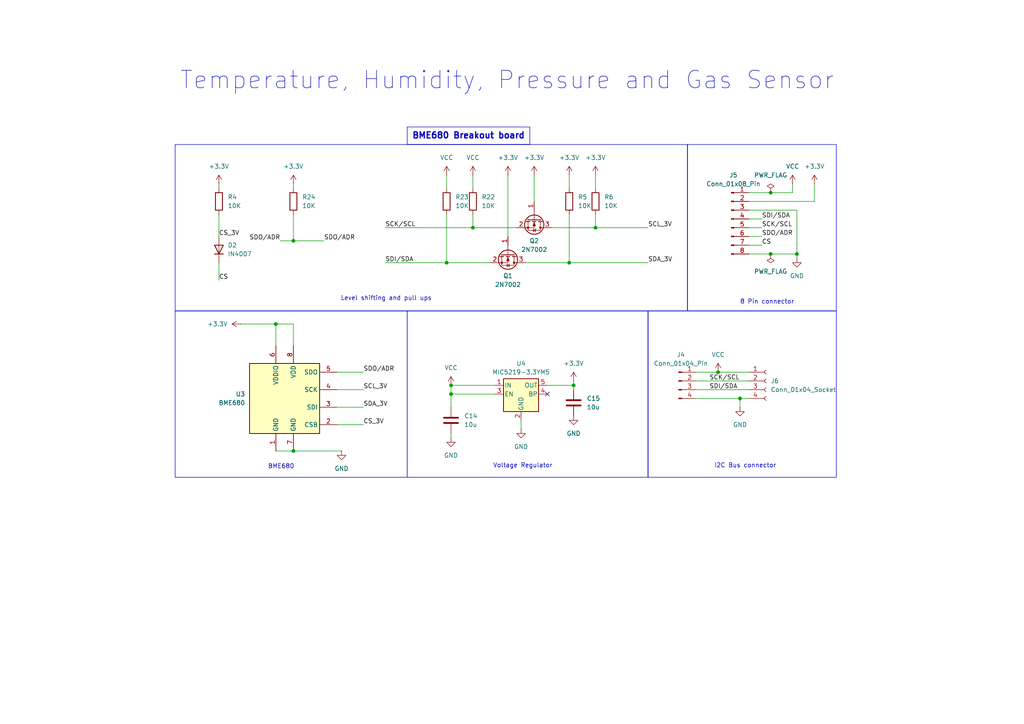
<source format=kicad_sch>
(kicad_sch
	(version 20250114)
	(generator "eeschema")
	(generator_version "9.0")
	(uuid "8a587645-cab1-403f-a082-277d32c46d44")
	(paper "A4")
	(lib_symbols
		(symbol "Connector:Conn_01x04_Pin"
			(pin_names
				(offset 1.016)
				(hide yes)
			)
			(exclude_from_sim no)
			(in_bom yes)
			(on_board yes)
			(property "Reference" "J"
				(at 0 5.08 0)
				(effects
					(font
						(size 1.27 1.27)
					)
				)
			)
			(property "Value" "Conn_01x04_Pin"
				(at 0 -7.62 0)
				(effects
					(font
						(size 1.27 1.27)
					)
				)
			)
			(property "Footprint" ""
				(at 0 0 0)
				(effects
					(font
						(size 1.27 1.27)
					)
					(hide yes)
				)
			)
			(property "Datasheet" "~"
				(at 0 0 0)
				(effects
					(font
						(size 1.27 1.27)
					)
					(hide yes)
				)
			)
			(property "Description" "Generic connector, single row, 01x04, script generated"
				(at 0 0 0)
				(effects
					(font
						(size 1.27 1.27)
					)
					(hide yes)
				)
			)
			(property "ki_locked" ""
				(at 0 0 0)
				(effects
					(font
						(size 1.27 1.27)
					)
				)
			)
			(property "ki_keywords" "connector"
				(at 0 0 0)
				(effects
					(font
						(size 1.27 1.27)
					)
					(hide yes)
				)
			)
			(property "ki_fp_filters" "Connector*:*_1x??_*"
				(at 0 0 0)
				(effects
					(font
						(size 1.27 1.27)
					)
					(hide yes)
				)
			)
			(symbol "Conn_01x04_Pin_1_1"
				(rectangle
					(start 0.8636 2.667)
					(end 0 2.413)
					(stroke
						(width 0.1524)
						(type default)
					)
					(fill
						(type outline)
					)
				)
				(rectangle
					(start 0.8636 0.127)
					(end 0 -0.127)
					(stroke
						(width 0.1524)
						(type default)
					)
					(fill
						(type outline)
					)
				)
				(rectangle
					(start 0.8636 -2.413)
					(end 0 -2.667)
					(stroke
						(width 0.1524)
						(type default)
					)
					(fill
						(type outline)
					)
				)
				(rectangle
					(start 0.8636 -4.953)
					(end 0 -5.207)
					(stroke
						(width 0.1524)
						(type default)
					)
					(fill
						(type outline)
					)
				)
				(polyline
					(pts
						(xy 1.27 2.54) (xy 0.8636 2.54)
					)
					(stroke
						(width 0.1524)
						(type default)
					)
					(fill
						(type none)
					)
				)
				(polyline
					(pts
						(xy 1.27 0) (xy 0.8636 0)
					)
					(stroke
						(width 0.1524)
						(type default)
					)
					(fill
						(type none)
					)
				)
				(polyline
					(pts
						(xy 1.27 -2.54) (xy 0.8636 -2.54)
					)
					(stroke
						(width 0.1524)
						(type default)
					)
					(fill
						(type none)
					)
				)
				(polyline
					(pts
						(xy 1.27 -5.08) (xy 0.8636 -5.08)
					)
					(stroke
						(width 0.1524)
						(type default)
					)
					(fill
						(type none)
					)
				)
				(pin passive line
					(at 5.08 2.54 180)
					(length 3.81)
					(name "Pin_1"
						(effects
							(font
								(size 1.27 1.27)
							)
						)
					)
					(number "1"
						(effects
							(font
								(size 1.27 1.27)
							)
						)
					)
				)
				(pin passive line
					(at 5.08 0 180)
					(length 3.81)
					(name "Pin_2"
						(effects
							(font
								(size 1.27 1.27)
							)
						)
					)
					(number "2"
						(effects
							(font
								(size 1.27 1.27)
							)
						)
					)
				)
				(pin passive line
					(at 5.08 -2.54 180)
					(length 3.81)
					(name "Pin_3"
						(effects
							(font
								(size 1.27 1.27)
							)
						)
					)
					(number "3"
						(effects
							(font
								(size 1.27 1.27)
							)
						)
					)
				)
				(pin passive line
					(at 5.08 -5.08 180)
					(length 3.81)
					(name "Pin_4"
						(effects
							(font
								(size 1.27 1.27)
							)
						)
					)
					(number "4"
						(effects
							(font
								(size 1.27 1.27)
							)
						)
					)
				)
			)
			(embedded_fonts no)
		)
		(symbol "Connector:Conn_01x04_Socket"
			(pin_names
				(offset 1.016)
				(hide yes)
			)
			(exclude_from_sim no)
			(in_bom yes)
			(on_board yes)
			(property "Reference" "J"
				(at 0 5.08 0)
				(effects
					(font
						(size 1.27 1.27)
					)
				)
			)
			(property "Value" "Conn_01x04_Socket"
				(at 0 -7.62 0)
				(effects
					(font
						(size 1.27 1.27)
					)
				)
			)
			(property "Footprint" ""
				(at 0 0 0)
				(effects
					(font
						(size 1.27 1.27)
					)
					(hide yes)
				)
			)
			(property "Datasheet" "~"
				(at 0 0 0)
				(effects
					(font
						(size 1.27 1.27)
					)
					(hide yes)
				)
			)
			(property "Description" "Generic connector, single row, 01x04, script generated"
				(at 0 0 0)
				(effects
					(font
						(size 1.27 1.27)
					)
					(hide yes)
				)
			)
			(property "ki_locked" ""
				(at 0 0 0)
				(effects
					(font
						(size 1.27 1.27)
					)
				)
			)
			(property "ki_keywords" "connector"
				(at 0 0 0)
				(effects
					(font
						(size 1.27 1.27)
					)
					(hide yes)
				)
			)
			(property "ki_fp_filters" "Connector*:*_1x??_*"
				(at 0 0 0)
				(effects
					(font
						(size 1.27 1.27)
					)
					(hide yes)
				)
			)
			(symbol "Conn_01x04_Socket_1_1"
				(polyline
					(pts
						(xy -1.27 2.54) (xy -0.508 2.54)
					)
					(stroke
						(width 0.1524)
						(type default)
					)
					(fill
						(type none)
					)
				)
				(polyline
					(pts
						(xy -1.27 0) (xy -0.508 0)
					)
					(stroke
						(width 0.1524)
						(type default)
					)
					(fill
						(type none)
					)
				)
				(polyline
					(pts
						(xy -1.27 -2.54) (xy -0.508 -2.54)
					)
					(stroke
						(width 0.1524)
						(type default)
					)
					(fill
						(type none)
					)
				)
				(polyline
					(pts
						(xy -1.27 -5.08) (xy -0.508 -5.08)
					)
					(stroke
						(width 0.1524)
						(type default)
					)
					(fill
						(type none)
					)
				)
				(arc
					(start 0 2.032)
					(mid -0.5058 2.54)
					(end 0 3.048)
					(stroke
						(width 0.1524)
						(type default)
					)
					(fill
						(type none)
					)
				)
				(arc
					(start 0 -0.508)
					(mid -0.5058 0)
					(end 0 0.508)
					(stroke
						(width 0.1524)
						(type default)
					)
					(fill
						(type none)
					)
				)
				(arc
					(start 0 -3.048)
					(mid -0.5058 -2.54)
					(end 0 -2.032)
					(stroke
						(width 0.1524)
						(type default)
					)
					(fill
						(type none)
					)
				)
				(arc
					(start 0 -5.588)
					(mid -0.5058 -5.08)
					(end 0 -4.572)
					(stroke
						(width 0.1524)
						(type default)
					)
					(fill
						(type none)
					)
				)
				(pin passive line
					(at -5.08 2.54 0)
					(length 3.81)
					(name "Pin_1"
						(effects
							(font
								(size 1.27 1.27)
							)
						)
					)
					(number "1"
						(effects
							(font
								(size 1.27 1.27)
							)
						)
					)
				)
				(pin passive line
					(at -5.08 0 0)
					(length 3.81)
					(name "Pin_2"
						(effects
							(font
								(size 1.27 1.27)
							)
						)
					)
					(number "2"
						(effects
							(font
								(size 1.27 1.27)
							)
						)
					)
				)
				(pin passive line
					(at -5.08 -2.54 0)
					(length 3.81)
					(name "Pin_3"
						(effects
							(font
								(size 1.27 1.27)
							)
						)
					)
					(number "3"
						(effects
							(font
								(size 1.27 1.27)
							)
						)
					)
				)
				(pin passive line
					(at -5.08 -5.08 0)
					(length 3.81)
					(name "Pin_4"
						(effects
							(font
								(size 1.27 1.27)
							)
						)
					)
					(number "4"
						(effects
							(font
								(size 1.27 1.27)
							)
						)
					)
				)
			)
			(embedded_fonts no)
		)
		(symbol "Connector:Conn_01x08_Pin"
			(pin_names
				(offset 1.016)
				(hide yes)
			)
			(exclude_from_sim no)
			(in_bom yes)
			(on_board yes)
			(property "Reference" "J"
				(at 0 10.16 0)
				(effects
					(font
						(size 1.27 1.27)
					)
				)
			)
			(property "Value" "Conn_01x08_Pin"
				(at 0 -12.7 0)
				(effects
					(font
						(size 1.27 1.27)
					)
				)
			)
			(property "Footprint" ""
				(at 0 0 0)
				(effects
					(font
						(size 1.27 1.27)
					)
					(hide yes)
				)
			)
			(property "Datasheet" "~"
				(at 0 0 0)
				(effects
					(font
						(size 1.27 1.27)
					)
					(hide yes)
				)
			)
			(property "Description" "Generic connector, single row, 01x08, script generated"
				(at 0 0 0)
				(effects
					(font
						(size 1.27 1.27)
					)
					(hide yes)
				)
			)
			(property "ki_locked" ""
				(at 0 0 0)
				(effects
					(font
						(size 1.27 1.27)
					)
				)
			)
			(property "ki_keywords" "connector"
				(at 0 0 0)
				(effects
					(font
						(size 1.27 1.27)
					)
					(hide yes)
				)
			)
			(property "ki_fp_filters" "Connector*:*_1x??_*"
				(at 0 0 0)
				(effects
					(font
						(size 1.27 1.27)
					)
					(hide yes)
				)
			)
			(symbol "Conn_01x08_Pin_1_1"
				(rectangle
					(start 0.8636 7.747)
					(end 0 7.493)
					(stroke
						(width 0.1524)
						(type default)
					)
					(fill
						(type outline)
					)
				)
				(rectangle
					(start 0.8636 5.207)
					(end 0 4.953)
					(stroke
						(width 0.1524)
						(type default)
					)
					(fill
						(type outline)
					)
				)
				(rectangle
					(start 0.8636 2.667)
					(end 0 2.413)
					(stroke
						(width 0.1524)
						(type default)
					)
					(fill
						(type outline)
					)
				)
				(rectangle
					(start 0.8636 0.127)
					(end 0 -0.127)
					(stroke
						(width 0.1524)
						(type default)
					)
					(fill
						(type outline)
					)
				)
				(rectangle
					(start 0.8636 -2.413)
					(end 0 -2.667)
					(stroke
						(width 0.1524)
						(type default)
					)
					(fill
						(type outline)
					)
				)
				(rectangle
					(start 0.8636 -4.953)
					(end 0 -5.207)
					(stroke
						(width 0.1524)
						(type default)
					)
					(fill
						(type outline)
					)
				)
				(rectangle
					(start 0.8636 -7.493)
					(end 0 -7.747)
					(stroke
						(width 0.1524)
						(type default)
					)
					(fill
						(type outline)
					)
				)
				(rectangle
					(start 0.8636 -10.033)
					(end 0 -10.287)
					(stroke
						(width 0.1524)
						(type default)
					)
					(fill
						(type outline)
					)
				)
				(polyline
					(pts
						(xy 1.27 7.62) (xy 0.8636 7.62)
					)
					(stroke
						(width 0.1524)
						(type default)
					)
					(fill
						(type none)
					)
				)
				(polyline
					(pts
						(xy 1.27 5.08) (xy 0.8636 5.08)
					)
					(stroke
						(width 0.1524)
						(type default)
					)
					(fill
						(type none)
					)
				)
				(polyline
					(pts
						(xy 1.27 2.54) (xy 0.8636 2.54)
					)
					(stroke
						(width 0.1524)
						(type default)
					)
					(fill
						(type none)
					)
				)
				(polyline
					(pts
						(xy 1.27 0) (xy 0.8636 0)
					)
					(stroke
						(width 0.1524)
						(type default)
					)
					(fill
						(type none)
					)
				)
				(polyline
					(pts
						(xy 1.27 -2.54) (xy 0.8636 -2.54)
					)
					(stroke
						(width 0.1524)
						(type default)
					)
					(fill
						(type none)
					)
				)
				(polyline
					(pts
						(xy 1.27 -5.08) (xy 0.8636 -5.08)
					)
					(stroke
						(width 0.1524)
						(type default)
					)
					(fill
						(type none)
					)
				)
				(polyline
					(pts
						(xy 1.27 -7.62) (xy 0.8636 -7.62)
					)
					(stroke
						(width 0.1524)
						(type default)
					)
					(fill
						(type none)
					)
				)
				(polyline
					(pts
						(xy 1.27 -10.16) (xy 0.8636 -10.16)
					)
					(stroke
						(width 0.1524)
						(type default)
					)
					(fill
						(type none)
					)
				)
				(pin passive line
					(at 5.08 7.62 180)
					(length 3.81)
					(name "Pin_1"
						(effects
							(font
								(size 1.27 1.27)
							)
						)
					)
					(number "1"
						(effects
							(font
								(size 1.27 1.27)
							)
						)
					)
				)
				(pin passive line
					(at 5.08 5.08 180)
					(length 3.81)
					(name "Pin_2"
						(effects
							(font
								(size 1.27 1.27)
							)
						)
					)
					(number "2"
						(effects
							(font
								(size 1.27 1.27)
							)
						)
					)
				)
				(pin passive line
					(at 5.08 2.54 180)
					(length 3.81)
					(name "Pin_3"
						(effects
							(font
								(size 1.27 1.27)
							)
						)
					)
					(number "3"
						(effects
							(font
								(size 1.27 1.27)
							)
						)
					)
				)
				(pin passive line
					(at 5.08 0 180)
					(length 3.81)
					(name "Pin_4"
						(effects
							(font
								(size 1.27 1.27)
							)
						)
					)
					(number "4"
						(effects
							(font
								(size 1.27 1.27)
							)
						)
					)
				)
				(pin passive line
					(at 5.08 -2.54 180)
					(length 3.81)
					(name "Pin_5"
						(effects
							(font
								(size 1.27 1.27)
							)
						)
					)
					(number "5"
						(effects
							(font
								(size 1.27 1.27)
							)
						)
					)
				)
				(pin passive line
					(at 5.08 -5.08 180)
					(length 3.81)
					(name "Pin_6"
						(effects
							(font
								(size 1.27 1.27)
							)
						)
					)
					(number "6"
						(effects
							(font
								(size 1.27 1.27)
							)
						)
					)
				)
				(pin passive line
					(at 5.08 -7.62 180)
					(length 3.81)
					(name "Pin_7"
						(effects
							(font
								(size 1.27 1.27)
							)
						)
					)
					(number "7"
						(effects
							(font
								(size 1.27 1.27)
							)
						)
					)
				)
				(pin passive line
					(at 5.08 -10.16 180)
					(length 3.81)
					(name "Pin_8"
						(effects
							(font
								(size 1.27 1.27)
							)
						)
					)
					(number "8"
						(effects
							(font
								(size 1.27 1.27)
							)
						)
					)
				)
			)
			(embedded_fonts no)
		)
		(symbol "Device:C"
			(pin_numbers
				(hide yes)
			)
			(pin_names
				(offset 0.254)
			)
			(exclude_from_sim no)
			(in_bom yes)
			(on_board yes)
			(property "Reference" "C"
				(at 0.635 2.54 0)
				(effects
					(font
						(size 1.27 1.27)
					)
					(justify left)
				)
			)
			(property "Value" "C"
				(at 0.635 -2.54 0)
				(effects
					(font
						(size 1.27 1.27)
					)
					(justify left)
				)
			)
			(property "Footprint" ""
				(at 0.9652 -3.81 0)
				(effects
					(font
						(size 1.27 1.27)
					)
					(hide yes)
				)
			)
			(property "Datasheet" "~"
				(at 0 0 0)
				(effects
					(font
						(size 1.27 1.27)
					)
					(hide yes)
				)
			)
			(property "Description" "Unpolarized capacitor"
				(at 0 0 0)
				(effects
					(font
						(size 1.27 1.27)
					)
					(hide yes)
				)
			)
			(property "ki_keywords" "cap capacitor"
				(at 0 0 0)
				(effects
					(font
						(size 1.27 1.27)
					)
					(hide yes)
				)
			)
			(property "ki_fp_filters" "C_*"
				(at 0 0 0)
				(effects
					(font
						(size 1.27 1.27)
					)
					(hide yes)
				)
			)
			(symbol "C_0_1"
				(polyline
					(pts
						(xy -2.032 0.762) (xy 2.032 0.762)
					)
					(stroke
						(width 0.508)
						(type default)
					)
					(fill
						(type none)
					)
				)
				(polyline
					(pts
						(xy -2.032 -0.762) (xy 2.032 -0.762)
					)
					(stroke
						(width 0.508)
						(type default)
					)
					(fill
						(type none)
					)
				)
			)
			(symbol "C_1_1"
				(pin passive line
					(at 0 3.81 270)
					(length 2.794)
					(name "~"
						(effects
							(font
								(size 1.27 1.27)
							)
						)
					)
					(number "1"
						(effects
							(font
								(size 1.27 1.27)
							)
						)
					)
				)
				(pin passive line
					(at 0 -3.81 90)
					(length 2.794)
					(name "~"
						(effects
							(font
								(size 1.27 1.27)
							)
						)
					)
					(number "2"
						(effects
							(font
								(size 1.27 1.27)
							)
						)
					)
				)
			)
			(embedded_fonts no)
		)
		(symbol "Device:D"
			(pin_numbers
				(hide yes)
			)
			(pin_names
				(offset 1.016)
				(hide yes)
			)
			(exclude_from_sim no)
			(in_bom yes)
			(on_board yes)
			(property "Reference" "D"
				(at 0 2.54 0)
				(effects
					(font
						(size 1.27 1.27)
					)
				)
			)
			(property "Value" "D"
				(at 0 -2.54 0)
				(effects
					(font
						(size 1.27 1.27)
					)
				)
			)
			(property "Footprint" ""
				(at 0 0 0)
				(effects
					(font
						(size 1.27 1.27)
					)
					(hide yes)
				)
			)
			(property "Datasheet" "~"
				(at 0 0 0)
				(effects
					(font
						(size 1.27 1.27)
					)
					(hide yes)
				)
			)
			(property "Description" "Diode"
				(at 0 0 0)
				(effects
					(font
						(size 1.27 1.27)
					)
					(hide yes)
				)
			)
			(property "Sim.Device" "D"
				(at 0 0 0)
				(effects
					(font
						(size 1.27 1.27)
					)
					(hide yes)
				)
			)
			(property "Sim.Pins" "1=K 2=A"
				(at 0 0 0)
				(effects
					(font
						(size 1.27 1.27)
					)
					(hide yes)
				)
			)
			(property "ki_keywords" "diode"
				(at 0 0 0)
				(effects
					(font
						(size 1.27 1.27)
					)
					(hide yes)
				)
			)
			(property "ki_fp_filters" "TO-???* *_Diode_* *SingleDiode* D_*"
				(at 0 0 0)
				(effects
					(font
						(size 1.27 1.27)
					)
					(hide yes)
				)
			)
			(symbol "D_0_1"
				(polyline
					(pts
						(xy -1.27 1.27) (xy -1.27 -1.27)
					)
					(stroke
						(width 0.254)
						(type default)
					)
					(fill
						(type none)
					)
				)
				(polyline
					(pts
						(xy 1.27 1.27) (xy 1.27 -1.27) (xy -1.27 0) (xy 1.27 1.27)
					)
					(stroke
						(width 0.254)
						(type default)
					)
					(fill
						(type none)
					)
				)
				(polyline
					(pts
						(xy 1.27 0) (xy -1.27 0)
					)
					(stroke
						(width 0)
						(type default)
					)
					(fill
						(type none)
					)
				)
			)
			(symbol "D_1_1"
				(pin passive line
					(at -3.81 0 0)
					(length 2.54)
					(name "K"
						(effects
							(font
								(size 1.27 1.27)
							)
						)
					)
					(number "1"
						(effects
							(font
								(size 1.27 1.27)
							)
						)
					)
				)
				(pin passive line
					(at 3.81 0 180)
					(length 2.54)
					(name "A"
						(effects
							(font
								(size 1.27 1.27)
							)
						)
					)
					(number "2"
						(effects
							(font
								(size 1.27 1.27)
							)
						)
					)
				)
			)
			(embedded_fonts no)
		)
		(symbol "Device:R"
			(pin_numbers
				(hide yes)
			)
			(pin_names
				(offset 0)
			)
			(exclude_from_sim no)
			(in_bom yes)
			(on_board yes)
			(property "Reference" "R"
				(at 2.032 0 90)
				(effects
					(font
						(size 1.27 1.27)
					)
				)
			)
			(property "Value" "R"
				(at 0 0 90)
				(effects
					(font
						(size 1.27 1.27)
					)
				)
			)
			(property "Footprint" ""
				(at -1.778 0 90)
				(effects
					(font
						(size 1.27 1.27)
					)
					(hide yes)
				)
			)
			(property "Datasheet" "~"
				(at 0 0 0)
				(effects
					(font
						(size 1.27 1.27)
					)
					(hide yes)
				)
			)
			(property "Description" "Resistor"
				(at 0 0 0)
				(effects
					(font
						(size 1.27 1.27)
					)
					(hide yes)
				)
			)
			(property "ki_keywords" "R res resistor"
				(at 0 0 0)
				(effects
					(font
						(size 1.27 1.27)
					)
					(hide yes)
				)
			)
			(property "ki_fp_filters" "R_*"
				(at 0 0 0)
				(effects
					(font
						(size 1.27 1.27)
					)
					(hide yes)
				)
			)
			(symbol "R_0_1"
				(rectangle
					(start -1.016 -2.54)
					(end 1.016 2.54)
					(stroke
						(width 0.254)
						(type default)
					)
					(fill
						(type none)
					)
				)
			)
			(symbol "R_1_1"
				(pin passive line
					(at 0 3.81 270)
					(length 1.27)
					(name "~"
						(effects
							(font
								(size 1.27 1.27)
							)
						)
					)
					(number "1"
						(effects
							(font
								(size 1.27 1.27)
							)
						)
					)
				)
				(pin passive line
					(at 0 -3.81 90)
					(length 1.27)
					(name "~"
						(effects
							(font
								(size 1.27 1.27)
							)
						)
					)
					(number "2"
						(effects
							(font
								(size 1.27 1.27)
							)
						)
					)
				)
			)
			(embedded_fonts no)
		)
		(symbol "Regulator_Linear:MIC5219-3.3YM5"
			(pin_names
				(offset 0.254)
			)
			(exclude_from_sim no)
			(in_bom yes)
			(on_board yes)
			(property "Reference" "U"
				(at -3.81 5.715 0)
				(effects
					(font
						(size 1.27 1.27)
					)
				)
			)
			(property "Value" "MIC5219-3.3YM5"
				(at 0 5.715 0)
				(effects
					(font
						(size 1.27 1.27)
					)
					(justify left)
				)
			)
			(property "Footprint" "Package_TO_SOT_SMD:SOT-23-5"
				(at 0 8.255 0)
				(effects
					(font
						(size 1.27 1.27)
					)
					(hide yes)
				)
			)
			(property "Datasheet" "http://ww1.microchip.com/downloads/en/DeviceDoc/MIC5219-500mA-Peak-Output-LDO-Regulator-DS20006021A.pdf"
				(at 0 0 0)
				(effects
					(font
						(size 1.27 1.27)
					)
					(hide yes)
				)
			)
			(property "Description" "500mA low dropout linear regulator, fixed 3.3V output, SOT-23-5"
				(at 0 0 0)
				(effects
					(font
						(size 1.27 1.27)
					)
					(hide yes)
				)
			)
			(property "ki_keywords" "500mA ultra-low-noise LDO linear voltage regulator fixed positive"
				(at 0 0 0)
				(effects
					(font
						(size 1.27 1.27)
					)
					(hide yes)
				)
			)
			(property "ki_fp_filters" "SOT?23*"
				(at 0 0 0)
				(effects
					(font
						(size 1.27 1.27)
					)
					(hide yes)
				)
			)
			(symbol "MIC5219-3.3YM5_0_1"
				(rectangle
					(start -5.08 4.445)
					(end 5.08 -5.08)
					(stroke
						(width 0.254)
						(type default)
					)
					(fill
						(type background)
					)
				)
			)
			(symbol "MIC5219-3.3YM5_1_1"
				(pin power_in line
					(at -7.62 2.54 0)
					(length 2.54)
					(name "IN"
						(effects
							(font
								(size 1.27 1.27)
							)
						)
					)
					(number "1"
						(effects
							(font
								(size 1.27 1.27)
							)
						)
					)
				)
				(pin input line
					(at -7.62 0 0)
					(length 2.54)
					(name "EN"
						(effects
							(font
								(size 1.27 1.27)
							)
						)
					)
					(number "3"
						(effects
							(font
								(size 1.27 1.27)
							)
						)
					)
				)
				(pin power_in line
					(at 0 -7.62 90)
					(length 2.54)
					(name "GND"
						(effects
							(font
								(size 1.27 1.27)
							)
						)
					)
					(number "2"
						(effects
							(font
								(size 1.27 1.27)
							)
						)
					)
				)
				(pin power_out line
					(at 7.62 2.54 180)
					(length 2.54)
					(name "OUT"
						(effects
							(font
								(size 1.27 1.27)
							)
						)
					)
					(number "5"
						(effects
							(font
								(size 1.27 1.27)
							)
						)
					)
				)
				(pin input line
					(at 7.62 0 180)
					(length 2.54)
					(name "BP"
						(effects
							(font
								(size 1.27 1.27)
							)
						)
					)
					(number "4"
						(effects
							(font
								(size 1.27 1.27)
							)
						)
					)
				)
			)
			(embedded_fonts no)
		)
		(symbol "Sensor:BME680"
			(exclude_from_sim no)
			(in_bom yes)
			(on_board yes)
			(property "Reference" "U"
				(at -8.89 11.43 0)
				(effects
					(font
						(size 1.27 1.27)
					)
				)
			)
			(property "Value" "BME680"
				(at 7.62 11.43 0)
				(effects
					(font
						(size 1.27 1.27)
					)
				)
			)
			(property "Footprint" "Package_LGA:Bosch_LGA-8_3x3mm_P0.8mm_ClockwisePinNumbering"
				(at 36.83 -11.43 0)
				(effects
					(font
						(size 1.27 1.27)
					)
					(hide yes)
				)
			)
			(property "Datasheet" "https://ae-bst.resource.bosch.com/media/_tech/media/datasheets/BST-BME680-DS001.pdf"
				(at 0 -5.08 0)
				(effects
					(font
						(size 1.27 1.27)
					)
					(hide yes)
				)
			)
			(property "Description" "4-in-1 sensor, gas, humidity, pressure, temperature, I2C and SPI interface, 1.71-3.6V, LGA-8"
				(at 0 0 0)
				(effects
					(font
						(size 1.27 1.27)
					)
					(hide yes)
				)
			)
			(property "ki_keywords" "Bosch gas pressure humidity temperature environment environmental measurement digital"
				(at 0 0 0)
				(effects
					(font
						(size 1.27 1.27)
					)
					(hide yes)
				)
			)
			(property "ki_fp_filters" "*LGA*3x3mm*P0.8mm*Clockwise*"
				(at 0 0 0)
				(effects
					(font
						(size 1.27 1.27)
					)
					(hide yes)
				)
			)
			(symbol "BME680_0_1"
				(rectangle
					(start -10.16 10.16)
					(end 10.16 -10.16)
					(stroke
						(width 0.254)
						(type default)
					)
					(fill
						(type background)
					)
				)
			)
			(symbol "BME680_1_1"
				(pin power_in line
					(at -2.54 15.24 270)
					(length 5.08)
					(name "VDDIO"
						(effects
							(font
								(size 1.27 1.27)
							)
						)
					)
					(number "6"
						(effects
							(font
								(size 1.27 1.27)
							)
						)
					)
				)
				(pin power_in line
					(at -2.54 -15.24 90)
					(length 5.08)
					(name "GND"
						(effects
							(font
								(size 1.27 1.27)
							)
						)
					)
					(number "1"
						(effects
							(font
								(size 1.27 1.27)
							)
						)
					)
				)
				(pin power_in line
					(at 2.54 15.24 270)
					(length 5.08)
					(name "VDD"
						(effects
							(font
								(size 1.27 1.27)
							)
						)
					)
					(number "8"
						(effects
							(font
								(size 1.27 1.27)
							)
						)
					)
				)
				(pin power_in line
					(at 2.54 -15.24 90)
					(length 5.08)
					(name "GND"
						(effects
							(font
								(size 1.27 1.27)
							)
						)
					)
					(number "7"
						(effects
							(font
								(size 1.27 1.27)
							)
						)
					)
				)
				(pin bidirectional line
					(at 15.24 7.62 180)
					(length 5.08)
					(name "SDO"
						(effects
							(font
								(size 1.27 1.27)
							)
						)
					)
					(number "5"
						(effects
							(font
								(size 1.27 1.27)
							)
						)
					)
				)
				(pin input line
					(at 15.24 2.54 180)
					(length 5.08)
					(name "SCK"
						(effects
							(font
								(size 1.27 1.27)
							)
						)
					)
					(number "4"
						(effects
							(font
								(size 1.27 1.27)
							)
						)
					)
				)
				(pin bidirectional line
					(at 15.24 -2.54 180)
					(length 5.08)
					(name "SDI"
						(effects
							(font
								(size 1.27 1.27)
							)
						)
					)
					(number "3"
						(effects
							(font
								(size 1.27 1.27)
							)
						)
					)
				)
				(pin input line
					(at 15.24 -7.62 180)
					(length 5.08)
					(name "CSB"
						(effects
							(font
								(size 1.27 1.27)
							)
						)
					)
					(number "2"
						(effects
							(font
								(size 1.27 1.27)
							)
						)
					)
				)
			)
			(embedded_fonts no)
		)
		(symbol "Transistor_FET:2N7002"
			(pin_names
				(hide yes)
			)
			(exclude_from_sim no)
			(in_bom yes)
			(on_board yes)
			(property "Reference" "Q"
				(at 5.08 1.905 0)
				(effects
					(font
						(size 1.27 1.27)
					)
					(justify left)
				)
			)
			(property "Value" "2N7002"
				(at 5.08 0 0)
				(effects
					(font
						(size 1.27 1.27)
					)
					(justify left)
				)
			)
			(property "Footprint" "Package_TO_SOT_SMD:SOT-23"
				(at 5.08 -1.905 0)
				(effects
					(font
						(size 1.27 1.27)
						(italic yes)
					)
					(justify left)
					(hide yes)
				)
			)
			(property "Datasheet" "https://www.onsemi.com/pub/Collateral/NDS7002A-D.PDF"
				(at 5.08 -3.81 0)
				(effects
					(font
						(size 1.27 1.27)
					)
					(justify left)
					(hide yes)
				)
			)
			(property "Description" "0.115A Id, 60V Vds, N-Channel MOSFET, SOT-23"
				(at 0 0 0)
				(effects
					(font
						(size 1.27 1.27)
					)
					(hide yes)
				)
			)
			(property "ki_keywords" "N-Channel Switching MOSFET"
				(at 0 0 0)
				(effects
					(font
						(size 1.27 1.27)
					)
					(hide yes)
				)
			)
			(property "ki_fp_filters" "SOT?23*"
				(at 0 0 0)
				(effects
					(font
						(size 1.27 1.27)
					)
					(hide yes)
				)
			)
			(symbol "2N7002_0_1"
				(polyline
					(pts
						(xy 0.254 1.905) (xy 0.254 -1.905)
					)
					(stroke
						(width 0.254)
						(type default)
					)
					(fill
						(type none)
					)
				)
				(polyline
					(pts
						(xy 0.254 0) (xy -2.54 0)
					)
					(stroke
						(width 0)
						(type default)
					)
					(fill
						(type none)
					)
				)
				(polyline
					(pts
						(xy 0.762 2.286) (xy 0.762 1.27)
					)
					(stroke
						(width 0.254)
						(type default)
					)
					(fill
						(type none)
					)
				)
				(polyline
					(pts
						(xy 0.762 0.508) (xy 0.762 -0.508)
					)
					(stroke
						(width 0.254)
						(type default)
					)
					(fill
						(type none)
					)
				)
				(polyline
					(pts
						(xy 0.762 -1.27) (xy 0.762 -2.286)
					)
					(stroke
						(width 0.254)
						(type default)
					)
					(fill
						(type none)
					)
				)
				(polyline
					(pts
						(xy 0.762 -1.778) (xy 3.302 -1.778) (xy 3.302 1.778) (xy 0.762 1.778)
					)
					(stroke
						(width 0)
						(type default)
					)
					(fill
						(type none)
					)
				)
				(polyline
					(pts
						(xy 1.016 0) (xy 2.032 0.381) (xy 2.032 -0.381) (xy 1.016 0)
					)
					(stroke
						(width 0)
						(type default)
					)
					(fill
						(type outline)
					)
				)
				(circle
					(center 1.651 0)
					(radius 2.794)
					(stroke
						(width 0.254)
						(type default)
					)
					(fill
						(type none)
					)
				)
				(polyline
					(pts
						(xy 2.54 2.54) (xy 2.54 1.778)
					)
					(stroke
						(width 0)
						(type default)
					)
					(fill
						(type none)
					)
				)
				(circle
					(center 2.54 1.778)
					(radius 0.254)
					(stroke
						(width 0)
						(type default)
					)
					(fill
						(type outline)
					)
				)
				(circle
					(center 2.54 -1.778)
					(radius 0.254)
					(stroke
						(width 0)
						(type default)
					)
					(fill
						(type outline)
					)
				)
				(polyline
					(pts
						(xy 2.54 -2.54) (xy 2.54 0) (xy 0.762 0)
					)
					(stroke
						(width 0)
						(type default)
					)
					(fill
						(type none)
					)
				)
				(polyline
					(pts
						(xy 2.794 0.508) (xy 2.921 0.381) (xy 3.683 0.381) (xy 3.81 0.254)
					)
					(stroke
						(width 0)
						(type default)
					)
					(fill
						(type none)
					)
				)
				(polyline
					(pts
						(xy 3.302 0.381) (xy 2.921 -0.254) (xy 3.683 -0.254) (xy 3.302 0.381)
					)
					(stroke
						(width 0)
						(type default)
					)
					(fill
						(type none)
					)
				)
			)
			(symbol "2N7002_1_1"
				(pin input line
					(at -5.08 0 0)
					(length 2.54)
					(name "G"
						(effects
							(font
								(size 1.27 1.27)
							)
						)
					)
					(number "1"
						(effects
							(font
								(size 1.27 1.27)
							)
						)
					)
				)
				(pin passive line
					(at 2.54 5.08 270)
					(length 2.54)
					(name "D"
						(effects
							(font
								(size 1.27 1.27)
							)
						)
					)
					(number "3"
						(effects
							(font
								(size 1.27 1.27)
							)
						)
					)
				)
				(pin passive line
					(at 2.54 -5.08 90)
					(length 2.54)
					(name "S"
						(effects
							(font
								(size 1.27 1.27)
							)
						)
					)
					(number "2"
						(effects
							(font
								(size 1.27 1.27)
							)
						)
					)
				)
			)
			(embedded_fonts no)
		)
		(symbol "power:+3.3V"
			(power)
			(pin_numbers
				(hide yes)
			)
			(pin_names
				(offset 0)
				(hide yes)
			)
			(exclude_from_sim no)
			(in_bom yes)
			(on_board yes)
			(property "Reference" "#PWR"
				(at 0 -3.81 0)
				(effects
					(font
						(size 1.27 1.27)
					)
					(hide yes)
				)
			)
			(property "Value" "+3.3V"
				(at 0 3.556 0)
				(effects
					(font
						(size 1.27 1.27)
					)
				)
			)
			(property "Footprint" ""
				(at 0 0 0)
				(effects
					(font
						(size 1.27 1.27)
					)
					(hide yes)
				)
			)
			(property "Datasheet" ""
				(at 0 0 0)
				(effects
					(font
						(size 1.27 1.27)
					)
					(hide yes)
				)
			)
			(property "Description" "Power symbol creates a global label with name \"+3.3V\""
				(at 0 0 0)
				(effects
					(font
						(size 1.27 1.27)
					)
					(hide yes)
				)
			)
			(property "ki_keywords" "global power"
				(at 0 0 0)
				(effects
					(font
						(size 1.27 1.27)
					)
					(hide yes)
				)
			)
			(symbol "+3.3V_0_1"
				(polyline
					(pts
						(xy -0.762 1.27) (xy 0 2.54)
					)
					(stroke
						(width 0)
						(type default)
					)
					(fill
						(type none)
					)
				)
				(polyline
					(pts
						(xy 0 2.54) (xy 0.762 1.27)
					)
					(stroke
						(width 0)
						(type default)
					)
					(fill
						(type none)
					)
				)
				(polyline
					(pts
						(xy 0 0) (xy 0 2.54)
					)
					(stroke
						(width 0)
						(type default)
					)
					(fill
						(type none)
					)
				)
			)
			(symbol "+3.3V_1_1"
				(pin power_in line
					(at 0 0 90)
					(length 0)
					(name "~"
						(effects
							(font
								(size 1.27 1.27)
							)
						)
					)
					(number "1"
						(effects
							(font
								(size 1.27 1.27)
							)
						)
					)
				)
			)
			(embedded_fonts no)
		)
		(symbol "power:GND"
			(power)
			(pin_numbers
				(hide yes)
			)
			(pin_names
				(offset 0)
				(hide yes)
			)
			(exclude_from_sim no)
			(in_bom yes)
			(on_board yes)
			(property "Reference" "#PWR"
				(at 0 -6.35 0)
				(effects
					(font
						(size 1.27 1.27)
					)
					(hide yes)
				)
			)
			(property "Value" "GND"
				(at 0 -3.81 0)
				(effects
					(font
						(size 1.27 1.27)
					)
				)
			)
			(property "Footprint" ""
				(at 0 0 0)
				(effects
					(font
						(size 1.27 1.27)
					)
					(hide yes)
				)
			)
			(property "Datasheet" ""
				(at 0 0 0)
				(effects
					(font
						(size 1.27 1.27)
					)
					(hide yes)
				)
			)
			(property "Description" "Power symbol creates a global label with name \"GND\" , ground"
				(at 0 0 0)
				(effects
					(font
						(size 1.27 1.27)
					)
					(hide yes)
				)
			)
			(property "ki_keywords" "global power"
				(at 0 0 0)
				(effects
					(font
						(size 1.27 1.27)
					)
					(hide yes)
				)
			)
			(symbol "GND_0_1"
				(polyline
					(pts
						(xy 0 0) (xy 0 -1.27) (xy 1.27 -1.27) (xy 0 -2.54) (xy -1.27 -1.27) (xy 0 -1.27)
					)
					(stroke
						(width 0)
						(type default)
					)
					(fill
						(type none)
					)
				)
			)
			(symbol "GND_1_1"
				(pin power_in line
					(at 0 0 270)
					(length 0)
					(name "~"
						(effects
							(font
								(size 1.27 1.27)
							)
						)
					)
					(number "1"
						(effects
							(font
								(size 1.27 1.27)
							)
						)
					)
				)
			)
			(embedded_fonts no)
		)
		(symbol "power:PWR_FLAG"
			(power)
			(pin_numbers
				(hide yes)
			)
			(pin_names
				(offset 0)
				(hide yes)
			)
			(exclude_from_sim no)
			(in_bom yes)
			(on_board yes)
			(property "Reference" "#FLG"
				(at 0 1.905 0)
				(effects
					(font
						(size 1.27 1.27)
					)
					(hide yes)
				)
			)
			(property "Value" "PWR_FLAG"
				(at 0 3.81 0)
				(effects
					(font
						(size 1.27 1.27)
					)
				)
			)
			(property "Footprint" ""
				(at 0 0 0)
				(effects
					(font
						(size 1.27 1.27)
					)
					(hide yes)
				)
			)
			(property "Datasheet" "~"
				(at 0 0 0)
				(effects
					(font
						(size 1.27 1.27)
					)
					(hide yes)
				)
			)
			(property "Description" "Special symbol for telling ERC where power comes from"
				(at 0 0 0)
				(effects
					(font
						(size 1.27 1.27)
					)
					(hide yes)
				)
			)
			(property "ki_keywords" "flag power"
				(at 0 0 0)
				(effects
					(font
						(size 1.27 1.27)
					)
					(hide yes)
				)
			)
			(symbol "PWR_FLAG_0_0"
				(pin power_out line
					(at 0 0 90)
					(length 0)
					(name "~"
						(effects
							(font
								(size 1.27 1.27)
							)
						)
					)
					(number "1"
						(effects
							(font
								(size 1.27 1.27)
							)
						)
					)
				)
			)
			(symbol "PWR_FLAG_0_1"
				(polyline
					(pts
						(xy 0 0) (xy 0 1.27) (xy -1.016 1.905) (xy 0 2.54) (xy 1.016 1.905) (xy 0 1.27)
					)
					(stroke
						(width 0)
						(type default)
					)
					(fill
						(type none)
					)
				)
			)
			(embedded_fonts no)
		)
		(symbol "power:VCC"
			(power)
			(pin_numbers
				(hide yes)
			)
			(pin_names
				(offset 0)
				(hide yes)
			)
			(exclude_from_sim no)
			(in_bom yes)
			(on_board yes)
			(property "Reference" "#PWR"
				(at 0 -3.81 0)
				(effects
					(font
						(size 1.27 1.27)
					)
					(hide yes)
				)
			)
			(property "Value" "VCC"
				(at 0 3.556 0)
				(effects
					(font
						(size 1.27 1.27)
					)
				)
			)
			(property "Footprint" ""
				(at 0 0 0)
				(effects
					(font
						(size 1.27 1.27)
					)
					(hide yes)
				)
			)
			(property "Datasheet" ""
				(at 0 0 0)
				(effects
					(font
						(size 1.27 1.27)
					)
					(hide yes)
				)
			)
			(property "Description" "Power symbol creates a global label with name \"VCC\""
				(at 0 0 0)
				(effects
					(font
						(size 1.27 1.27)
					)
					(hide yes)
				)
			)
			(property "ki_keywords" "global power"
				(at 0 0 0)
				(effects
					(font
						(size 1.27 1.27)
					)
					(hide yes)
				)
			)
			(symbol "VCC_0_1"
				(polyline
					(pts
						(xy -0.762 1.27) (xy 0 2.54)
					)
					(stroke
						(width 0)
						(type default)
					)
					(fill
						(type none)
					)
				)
				(polyline
					(pts
						(xy 0 2.54) (xy 0.762 1.27)
					)
					(stroke
						(width 0)
						(type default)
					)
					(fill
						(type none)
					)
				)
				(polyline
					(pts
						(xy 0 0) (xy 0 2.54)
					)
					(stroke
						(width 0)
						(type default)
					)
					(fill
						(type none)
					)
				)
			)
			(symbol "VCC_1_1"
				(pin power_in line
					(at 0 0 90)
					(length 0)
					(name "~"
						(effects
							(font
								(size 1.27 1.27)
							)
						)
					)
					(number "1"
						(effects
							(font
								(size 1.27 1.27)
							)
						)
					)
				)
			)
			(embedded_fonts no)
		)
	)
	(rectangle
		(start 50.8 41.91)
		(end 199.39 90.17)
		(stroke
			(width 0)
			(type default)
		)
		(fill
			(type none)
		)
		(uuid 04e1e7e5-1277-4edc-8a62-5b7c11117705)
	)
	(rectangle
		(start 50.8 90.17)
		(end 118.11 138.43)
		(stroke
			(width 0)
			(type default)
		)
		(fill
			(type none)
		)
		(uuid 83c5a521-c209-4aca-8968-c680d1563ade)
	)
	(rectangle
		(start 199.39 41.91)
		(end 242.57 90.17)
		(stroke
			(width 0)
			(type default)
		)
		(fill
			(type none)
		)
		(uuid 88da3faf-e0f3-446c-9709-1d84561077af)
	)
	(rectangle
		(start 187.96 90.17)
		(end 242.57 138.43)
		(stroke
			(width 0)
			(type default)
		)
		(fill
			(type none)
		)
		(uuid 9ef634c7-f8e9-446f-b974-6c2123ab5eb7)
	)
	(rectangle
		(start 118.11 90.17)
		(end 187.96 138.43)
		(stroke
			(width 0)
			(type default)
		)
		(fill
			(type none)
		)
		(uuid afdeb904-237e-433e-9865-f5e0d300ce04)
	)
	(text "Temperature, Humidity, Pressure and Gas Sensor"
		(exclude_from_sim no)
		(at 147.066 23.368 0)
		(effects
			(font
				(size 5.08 5.08)
			)
		)
		(uuid "1e75c294-9603-47db-a40e-294fbc80633a")
	)
	(text "Voltage Regulator"
		(exclude_from_sim no)
		(at 151.638 135.128 0)
		(effects
			(font
				(size 1.27 1.27)
			)
		)
		(uuid "403b6b73-d42d-4f3a-bb9e-30f0b89eee10")
	)
	(text "I2C Bus connector"
		(exclude_from_sim no)
		(at 216.154 135.128 0)
		(effects
			(font
				(size 1.27 1.27)
			)
		)
		(uuid "56b10f08-f869-40a5-9f52-632d8bea8e85")
	)
	(text "BME680"
		(exclude_from_sim no)
		(at 81.534 135.382 0)
		(effects
			(font
				(size 1.27 1.27)
			)
		)
		(uuid "95729c22-0604-44f6-ae57-85c70c300b9f")
	)
	(text "Level shifting and pull ups"
		(exclude_from_sim no)
		(at 112.014 86.614 0)
		(effects
			(font
				(size 1.27 1.27)
			)
		)
		(uuid "bdda766a-082e-4d86-8db4-1608cc2cbb1f")
	)
	(text "8 Pin connector"
		(exclude_from_sim no)
		(at 222.504 87.63 0)
		(effects
			(font
				(size 1.27 1.27)
			)
		)
		(uuid "fa7da882-d749-4b22-af65-1a78d846aa1d")
	)
	(text_box "BME680 Breakout board"
		(exclude_from_sim no)
		(at 118.11 36.83 0)
		(size 35.56 5.08)
		(margins 1.3335 1.3335 1.3335 1.3335)
		(stroke
			(width 0)
			(type default)
		)
		(fill
			(type none)
		)
		(effects
			(font
				(size 1.778 1.778)
				(thickness 0.3556)
				(bold yes)
			)
			(justify left top)
		)
		(uuid "9d50cdfe-e6c5-4a2c-a076-a4aec1825eae")
	)
	(junction
		(at 166.37 111.76)
		(diameter 0)
		(color 0 0 0 0)
		(uuid "0e02234c-18bc-4971-b7a4-dae32dcd88ed")
	)
	(junction
		(at 223.52 55.88)
		(diameter 0)
		(color 0 0 0 0)
		(uuid "24d04c4f-a147-46b5-9887-42e039581751")
	)
	(junction
		(at 214.63 115.57)
		(diameter 0)
		(color 0 0 0 0)
		(uuid "450abf30-9bce-4acd-b244-0604a85a4f7e")
	)
	(junction
		(at 172.72 66.04)
		(diameter 0)
		(color 0 0 0 0)
		(uuid "47b4a1ef-ea8a-4f2f-aa4d-9d12f4f262ff")
	)
	(junction
		(at 80.01 93.98)
		(diameter 0)
		(color 0 0 0 0)
		(uuid "4d2fa16d-9b61-47d3-8c8d-8fad5a7fb588")
	)
	(junction
		(at 130.81 114.3)
		(diameter 0)
		(color 0 0 0 0)
		(uuid "695b15cd-3b29-4586-9fb2-b1d65c0be278")
	)
	(junction
		(at 85.09 130.81)
		(diameter 0)
		(color 0 0 0 0)
		(uuid "6d6f61d0-6a3f-40d1-9d5f-5960da2e52ce")
	)
	(junction
		(at 165.1 76.2)
		(diameter 0)
		(color 0 0 0 0)
		(uuid "754bc31e-806f-46b2-93a5-6829994e5d75")
	)
	(junction
		(at 85.09 69.85)
		(diameter 0)
		(color 0 0 0 0)
		(uuid "861b7fef-6cdb-4496-9dcb-ff54f47423bd")
	)
	(junction
		(at 208.28 107.95)
		(diameter 0)
		(color 0 0 0 0)
		(uuid "8a49672d-4117-49dd-9113-3b433b4779e4")
	)
	(junction
		(at 129.54 76.2)
		(diameter 0)
		(color 0 0 0 0)
		(uuid "93988bd7-8709-4eb7-a55d-bea38ddfd327")
	)
	(junction
		(at 231.14 73.66)
		(diameter 0)
		(color 0 0 0 0)
		(uuid "bd3012bd-8c3f-4b45-84c9-4e689ae60541")
	)
	(junction
		(at 223.52 73.66)
		(diameter 0)
		(color 0 0 0 0)
		(uuid "c1e61324-e1ca-4d76-bf75-fcc7c045d91f")
	)
	(junction
		(at 137.16 66.04)
		(diameter 0)
		(color 0 0 0 0)
		(uuid "d3013781-9ec9-4b03-86a9-250c1a23ab44")
	)
	(junction
		(at 130.81 111.76)
		(diameter 0)
		(color 0 0 0 0)
		(uuid "d750a6ec-1ef1-4397-a21e-2aaec92f616f")
	)
	(no_connect
		(at 158.75 114.3)
		(uuid "08156e47-6ecd-4856-9733-aa07ef007c90")
	)
	(wire
		(pts
			(xy 165.1 76.2) (xy 187.96 76.2)
		)
		(stroke
			(width 0.1524)
			(type solid)
		)
		(uuid "02cd3001-bbdf-4a17-be04-1bab9243e842")
	)
	(wire
		(pts
			(xy 137.16 62.23) (xy 137.16 63.5)
		)
		(stroke
			(width 0)
			(type default)
		)
		(uuid "08888a22-5192-4509-8b26-13730d62d1cd")
	)
	(wire
		(pts
			(xy 85.09 130.81) (xy 80.01 130.81)
		)
		(stroke
			(width 0)
			(type default)
		)
		(uuid "08d16ce5-9875-42c6-b2d5-771be721c3dc")
	)
	(wire
		(pts
			(xy 217.17 66.04) (xy 220.98 66.04)
		)
		(stroke
			(width 0)
			(type default)
		)
		(uuid "099e77cd-0a34-42be-8b62-78e1cf499461")
	)
	(wire
		(pts
			(xy 97.79 123.19) (xy 105.41 123.19)
		)
		(stroke
			(width 0)
			(type default)
		)
		(uuid "153f27e3-59bd-4a6a-ba15-da782cb48eb9")
	)
	(wire
		(pts
			(xy 130.81 111.76) (xy 143.51 111.76)
		)
		(stroke
			(width 0)
			(type default)
		)
		(uuid "1660067d-1188-467f-bcd0-37c3c3c2ab96")
	)
	(wire
		(pts
			(xy 97.79 118.11) (xy 105.41 118.11)
		)
		(stroke
			(width 0)
			(type default)
		)
		(uuid "1893edc4-daa5-420f-a992-0df6dc4bdd7b")
	)
	(wire
		(pts
			(xy 85.09 62.23) (xy 85.09 69.85)
		)
		(stroke
			(width 0)
			(type default)
		)
		(uuid "1968ddca-5c80-4e8c-9390-46816aa78386")
	)
	(wire
		(pts
			(xy 111.76 66.04) (xy 137.16 66.04)
		)
		(stroke
			(width 0.1524)
			(type solid)
		)
		(uuid "1efc74de-9ef1-4371-a394-8c8cae2040d3")
	)
	(wire
		(pts
			(xy 129.54 50.8) (xy 129.54 54.61)
		)
		(stroke
			(width 0.1524)
			(type solid)
		)
		(uuid "2016e9c0-ddf2-4dd3-bbf5-6ec94cfda8eb")
	)
	(wire
		(pts
			(xy 223.52 55.88) (xy 229.87 55.88)
		)
		(stroke
			(width 0)
			(type default)
		)
		(uuid "20dc8430-564e-4273-96cd-2128dd86cef6")
	)
	(wire
		(pts
			(xy 172.72 50.8) (xy 172.72 54.61)
		)
		(stroke
			(width 0.1524)
			(type solid)
		)
		(uuid "2144b395-02bf-47c6-828e-b106b559b0be")
	)
	(wire
		(pts
			(xy 217.17 58.42) (xy 236.22 58.42)
		)
		(stroke
			(width 0)
			(type default)
		)
		(uuid "2c86cbf4-857b-4aa7-bd35-d7fa5e176405")
	)
	(wire
		(pts
			(xy 97.79 107.95) (xy 105.41 107.95)
		)
		(stroke
			(width 0)
			(type default)
		)
		(uuid "344b8d7e-3eaf-4f27-9fb8-b0990b840469")
	)
	(wire
		(pts
			(xy 130.81 114.3) (xy 130.81 118.11)
		)
		(stroke
			(width 0)
			(type default)
		)
		(uuid "3c38e5e7-2f1d-41d6-bcf3-849a9834c3d7")
	)
	(wire
		(pts
			(xy 85.09 130.81) (xy 99.06 130.81)
		)
		(stroke
			(width 0)
			(type default)
		)
		(uuid "40c04448-871c-4708-b385-18f11ddc1f90")
	)
	(wire
		(pts
			(xy 137.16 63.5) (xy 137.16 66.04)
		)
		(stroke
			(width 0.1524)
			(type solid)
		)
		(uuid "418de8ff-9d9d-4a59-9365-da3948ffc37f")
	)
	(wire
		(pts
			(xy 69.85 93.98) (xy 80.01 93.98)
		)
		(stroke
			(width 0)
			(type default)
		)
		(uuid "44453723-a55c-4f27-a23f-e6778213e7de")
	)
	(wire
		(pts
			(xy 217.17 68.58) (xy 220.98 68.58)
		)
		(stroke
			(width 0)
			(type default)
		)
		(uuid "472ebb78-66e2-4f92-9e9d-bbd27a44f69c")
	)
	(wire
		(pts
			(xy 80.01 100.33) (xy 80.01 93.98)
		)
		(stroke
			(width 0)
			(type default)
		)
		(uuid "48c6fde7-d8a1-41e4-a8f4-072097afc3d1")
	)
	(wire
		(pts
			(xy 158.75 111.76) (xy 166.37 111.76)
		)
		(stroke
			(width 0)
			(type default)
		)
		(uuid "53d36799-48e2-497a-a1b7-f62bff44cb73")
	)
	(wire
		(pts
			(xy 231.14 73.66) (xy 231.14 74.93)
		)
		(stroke
			(width 0)
			(type default)
		)
		(uuid "54a10092-46d8-41c4-80ae-9c3ba07848ff")
	)
	(wire
		(pts
			(xy 223.52 73.66) (xy 231.14 73.66)
		)
		(stroke
			(width 0)
			(type default)
		)
		(uuid "5aa6959a-a431-46ad-a1be-549b95d75a60")
	)
	(wire
		(pts
			(xy 201.93 113.03) (xy 217.17 113.03)
		)
		(stroke
			(width 0)
			(type default)
		)
		(uuid "5be16619-dc86-497f-8734-adf3c5c0782e")
	)
	(wire
		(pts
			(xy 130.81 125.73) (xy 130.81 127)
		)
		(stroke
			(width 0)
			(type default)
		)
		(uuid "5f384f84-30a8-49ac-b98c-d4f6a1bc6c54")
	)
	(wire
		(pts
			(xy 154.94 58.42) (xy 154.94 50.8)
		)
		(stroke
			(width 0.1524)
			(type solid)
		)
		(uuid "6395ff40-8437-4e4e-a6d7-3afe2192c3ab")
	)
	(wire
		(pts
			(xy 149.86 66.04) (xy 137.16 66.04)
		)
		(stroke
			(width 0.1524)
			(type solid)
		)
		(uuid "66360a1b-1c62-4b38-b881-8b48c2409c40")
	)
	(wire
		(pts
			(xy 151.13 121.92) (xy 151.13 124.46)
		)
		(stroke
			(width 0)
			(type default)
		)
		(uuid "67d59b57-ac6d-40db-805d-0004881ae502")
	)
	(wire
		(pts
			(xy 81.28 69.85) (xy 85.09 69.85)
		)
		(stroke
			(width 0)
			(type default)
		)
		(uuid "6afd02ef-49de-425a-bb24-953ae951179b")
	)
	(wire
		(pts
			(xy 137.16 50.8) (xy 137.16 54.61)
		)
		(stroke
			(width 0.1524)
			(type solid)
		)
		(uuid "6c91be97-d771-4d43-8231-1c0adf295d2d")
	)
	(wire
		(pts
			(xy 201.93 115.57) (xy 214.63 115.57)
		)
		(stroke
			(width 0)
			(type default)
		)
		(uuid "83416907-f6c7-4187-8c32-e7f9e7008a90")
	)
	(wire
		(pts
			(xy 231.14 60.96) (xy 231.14 73.66)
		)
		(stroke
			(width 0)
			(type default)
		)
		(uuid "865c9a9e-4e3e-455c-86c2-09c363865ffb")
	)
	(wire
		(pts
			(xy 129.54 62.23) (xy 129.54 63.5)
		)
		(stroke
			(width 0)
			(type default)
		)
		(uuid "882aa001-de08-4519-b569-2101ddfeb62d")
	)
	(wire
		(pts
			(xy 166.37 113.03) (xy 166.37 111.76)
		)
		(stroke
			(width 0)
			(type default)
		)
		(uuid "89d47246-9ef0-4184-bbd7-784e0fd5d143")
	)
	(wire
		(pts
			(xy 85.09 100.33) (xy 85.09 93.98)
		)
		(stroke
			(width 0)
			(type default)
		)
		(uuid "8a4c1aca-6aac-4add-b159-0d168f708f85")
	)
	(wire
		(pts
			(xy 63.5 81.28) (xy 63.5 76.2)
		)
		(stroke
			(width 0)
			(type default)
		)
		(uuid "8c0b02bb-4245-4046-83ae-7ac2e62759c0")
	)
	(wire
		(pts
			(xy 130.81 114.3) (xy 143.51 114.3)
		)
		(stroke
			(width 0)
			(type default)
		)
		(uuid "8fa1a5f5-91c7-4f69-8daf-becba54f1e15")
	)
	(wire
		(pts
			(xy 172.72 63.5) (xy 172.72 66.04)
		)
		(stroke
			(width 0.1524)
			(type solid)
		)
		(uuid "976899f6-c97b-45b6-ab07-6e16adfd33a6")
	)
	(wire
		(pts
			(xy 208.28 107.95) (xy 217.17 107.95)
		)
		(stroke
			(width 0)
			(type default)
		)
		(uuid "97e6e197-7ed2-417a-80ed-80f3fce49ca3")
	)
	(wire
		(pts
			(xy 236.22 58.42) (xy 236.22 53.34)
		)
		(stroke
			(width 0)
			(type default)
		)
		(uuid "98f3c60e-8c94-48b9-a3a3-465e3d87b2c5")
	)
	(wire
		(pts
			(xy 217.17 63.5) (xy 220.98 63.5)
		)
		(stroke
			(width 0)
			(type default)
		)
		(uuid "9b3e3f1b-4d7d-47f4-b53c-fef69603a564")
	)
	(wire
		(pts
			(xy 111.76 76.2) (xy 129.54 76.2)
		)
		(stroke
			(width 0.1524)
			(type solid)
		)
		(uuid "9c1244ef-9b79-41ba-a23d-8d4f22b2c906")
	)
	(wire
		(pts
			(xy 130.81 111.76) (xy 130.81 114.3)
		)
		(stroke
			(width 0)
			(type default)
		)
		(uuid "a131e775-24c1-4ab8-a410-d78ec338aca1")
	)
	(wire
		(pts
			(xy 217.17 55.88) (xy 223.52 55.88)
		)
		(stroke
			(width 0)
			(type default)
		)
		(uuid "a337da55-e51c-422c-abc4-e50a48babd4f")
	)
	(wire
		(pts
			(xy 63.5 53.34) (xy 63.5 54.61)
		)
		(stroke
			(width 0)
			(type default)
		)
		(uuid "a74070ec-2c52-4c4b-b044-3ef3273bc23b")
	)
	(wire
		(pts
			(xy 147.32 50.8) (xy 147.32 68.58)
		)
		(stroke
			(width 0)
			(type default)
		)
		(uuid "a7b4dc0a-b451-404a-9b54-11677af768e9")
	)
	(wire
		(pts
			(xy 214.63 115.57) (xy 214.63 118.11)
		)
		(stroke
			(width 0)
			(type default)
		)
		(uuid "abf5f179-15d5-46ab-9490-8423f0024933")
	)
	(wire
		(pts
			(xy 229.87 53.34) (xy 229.87 55.88)
		)
		(stroke
			(width 0)
			(type default)
		)
		(uuid "b5daef12-11e2-497a-bae9-57c987b29d69")
	)
	(wire
		(pts
			(xy 172.72 62.23) (xy 172.72 63.5)
		)
		(stroke
			(width 0)
			(type default)
		)
		(uuid "b774d8e4-2e35-4f51-97ed-a5d152718a2b")
	)
	(wire
		(pts
			(xy 166.37 110.49) (xy 166.37 111.76)
		)
		(stroke
			(width 0)
			(type default)
		)
		(uuid "bdc18d1a-f289-47ab-93ef-ec23b5d549bc")
	)
	(wire
		(pts
			(xy 165.1 50.8) (xy 165.1 54.61)
		)
		(stroke
			(width 0)
			(type default)
		)
		(uuid "c1f46728-322f-49d5-b0b2-fac830b784eb")
	)
	(wire
		(pts
			(xy 214.63 115.57) (xy 217.17 115.57)
		)
		(stroke
			(width 0)
			(type default)
		)
		(uuid "c37699a6-465b-4a64-9a6e-5faa6ffd4817")
	)
	(wire
		(pts
			(xy 129.54 63.5) (xy 129.54 76.2)
		)
		(stroke
			(width 0.1524)
			(type solid)
		)
		(uuid "c4cf7f4b-0469-4ad3-828d-84c512c4a034")
	)
	(wire
		(pts
			(xy 165.1 63.5) (xy 165.1 76.2)
		)
		(stroke
			(width 0.1524)
			(type solid)
		)
		(uuid "c73b9fd9-9357-444f-b7d7-ee926a29ce7f")
	)
	(wire
		(pts
			(xy 63.5 62.23) (xy 63.5 68.58)
		)
		(stroke
			(width 0)
			(type default)
		)
		(uuid "ca00966c-c09f-41a1-a50b-22038e221acf")
	)
	(wire
		(pts
			(xy 217.17 71.12) (xy 220.98 71.12)
		)
		(stroke
			(width 0)
			(type default)
		)
		(uuid "ce9f4933-dd3b-48e6-ab5d-b768ae44eb21")
	)
	(wire
		(pts
			(xy 142.24 76.2) (xy 129.54 76.2)
		)
		(stroke
			(width 0.1524)
			(type solid)
		)
		(uuid "d0e9aa91-3530-40b7-9ffc-c1f98dd7d9db")
	)
	(wire
		(pts
			(xy 165.1 62.23) (xy 165.1 63.5)
		)
		(stroke
			(width 0)
			(type default)
		)
		(uuid "d74d5a66-768d-45b2-8a02-ac4013b54a5d")
	)
	(wire
		(pts
			(xy 160.02 66.04) (xy 172.72 66.04)
		)
		(stroke
			(width 0.1524)
			(type solid)
		)
		(uuid "d88c5573-0fdc-46f2-8c6b-c507daefe4c9")
	)
	(wire
		(pts
			(xy 217.17 73.66) (xy 223.52 73.66)
		)
		(stroke
			(width 0)
			(type default)
		)
		(uuid "d8b97cc3-a1ed-4be3-8e4a-0742a19397b3")
	)
	(wire
		(pts
			(xy 85.09 53.34) (xy 85.09 54.61)
		)
		(stroke
			(width 0)
			(type default)
		)
		(uuid "deebcf0e-1803-4675-863f-f5eef2e0135e")
	)
	(wire
		(pts
			(xy 80.01 93.98) (xy 85.09 93.98)
		)
		(stroke
			(width 0)
			(type default)
		)
		(uuid "e1a90bff-de51-4c63-a0a1-d31532a8c27e")
	)
	(wire
		(pts
			(xy 85.09 69.85) (xy 93.98 69.85)
		)
		(stroke
			(width 0)
			(type default)
		)
		(uuid "e6e3857c-ffd0-4dbd-a9c5-a2cfc205db20")
	)
	(wire
		(pts
			(xy 201.93 107.95) (xy 208.28 107.95)
		)
		(stroke
			(width 0)
			(type default)
		)
		(uuid "e701b7db-199d-482d-9481-5eba1244ba84")
	)
	(wire
		(pts
			(xy 172.72 66.04) (xy 187.96 66.04)
		)
		(stroke
			(width 0.1524)
			(type solid)
		)
		(uuid "eab5dfd1-fedd-4ce5-bbd8-8b8689222abb")
	)
	(wire
		(pts
			(xy 97.79 113.03) (xy 105.41 113.03)
		)
		(stroke
			(width 0)
			(type default)
		)
		(uuid "ecf9fe44-8356-48bf-9930-fd4370866315")
	)
	(wire
		(pts
			(xy 217.17 60.96) (xy 231.14 60.96)
		)
		(stroke
			(width 0)
			(type default)
		)
		(uuid "edcaad0c-a9a4-4b72-9a0d-407bd79a15fa")
	)
	(wire
		(pts
			(xy 201.93 110.49) (xy 217.17 110.49)
		)
		(stroke
			(width 0)
			(type default)
		)
		(uuid "f3134a6a-bf5c-4c23-887a-fbd02a47bf7a")
	)
	(wire
		(pts
			(xy 152.4 76.2) (xy 165.1 76.2)
		)
		(stroke
			(width 0.1524)
			(type solid)
		)
		(uuid "f3516fa0-1e37-41b2-a474-da837e9aa324")
	)
	(label "SDA_3V"
		(at 105.41 118.11 0)
		(effects
			(font
				(size 1.27 1.27)
			)
			(justify left bottom)
		)
		(uuid "05fbd3c8-70aa-4e45-b8f2-208dfde62660")
	)
	(label "SDI{slash}SDA"
		(at 205.74 113.03 0)
		(effects
			(font
				(size 1.27 1.27)
			)
			(justify left bottom)
		)
		(uuid "137388a0-f537-4bdc-a516-bd9b90bcdc3f")
	)
	(label "SDO{slash}ADR"
		(at 220.98 68.58 0)
		(effects
			(font
				(size 1.27 1.27)
			)
			(justify left bottom)
		)
		(uuid "1bbaf75a-f357-41fe-8de1-0692790825c1")
	)
	(label "SCK{slash}SCL"
		(at 205.74 110.49 0)
		(effects
			(font
				(size 1.27 1.27)
			)
			(justify left bottom)
		)
		(uuid "1dcb330e-239d-4d0a-a99c-ef74db1f5d34")
	)
	(label "SCL_3V"
		(at 187.96 66.04 0)
		(effects
			(font
				(size 1.27 1.27)
			)
			(justify left bottom)
		)
		(uuid "21667060-2ae5-4746-8582-775cd656be4d")
	)
	(label "SDO{slash}ADR"
		(at 81.28 69.85 180)
		(effects
			(font
				(size 1.27 1.27)
			)
			(justify right bottom)
		)
		(uuid "27750ce6-1c6f-4a68-ad1b-7c202020ae1a")
	)
	(label "SCK{slash}SCL"
		(at 111.76 66.04 0)
		(effects
			(font
				(size 1.27 1.27)
			)
			(justify left bottom)
		)
		(uuid "2e3e9519-0936-4871-af59-a15c723b6c3d")
	)
	(label "CS_3V"
		(at 63.5 68.58 0)
		(effects
			(font
				(size 1.27 1.27)
			)
			(justify left bottom)
		)
		(uuid "319737a8-7c4b-48e1-b4bc-935cca02929e")
	)
	(label "SDI{slash}SDA"
		(at 111.76 76.2 0)
		(effects
			(font
				(size 1.27 1.27)
			)
			(justify left bottom)
		)
		(uuid "34b32d7f-ae4f-4302-9dfa-6f6d347ca0c8")
	)
	(label "SCK{slash}SCL"
		(at 220.98 66.04 0)
		(effects
			(font
				(size 1.27 1.27)
			)
			(justify left bottom)
		)
		(uuid "6c0b28dc-04fa-4234-ad82-6b6b83f8397c")
	)
	(label "SCL_3V"
		(at 105.41 113.03 0)
		(effects
			(font
				(size 1.27 1.27)
			)
			(justify left bottom)
		)
		(uuid "7c27d945-d618-43f9-bc1d-df005cd01d00")
	)
	(label "SDA_3V"
		(at 187.96 76.2 0)
		(effects
			(font
				(size 1.27 1.27)
			)
			(justify left bottom)
		)
		(uuid "8c6ff9cd-4709-42ae-b90d-215ac694b359")
	)
	(label "CS"
		(at 63.5 81.28 0)
		(effects
			(font
				(size 1.27 1.27)
			)
			(justify left bottom)
		)
		(uuid "924a74e0-a964-4b39-871e-674bf96f7993")
	)
	(label "SDO{slash}ADR"
		(at 105.41 107.95 0)
		(effects
			(font
				(size 1.27 1.27)
			)
			(justify left bottom)
		)
		(uuid "a64a5b92-4c8f-49e6-b1f2-96403e66981f")
	)
	(label "SDO{slash}ADR"
		(at 93.98 69.85 0)
		(effects
			(font
				(size 1.27 1.27)
			)
			(justify left bottom)
		)
		(uuid "c254d180-87c5-411a-804f-e37f09e53b4a")
	)
	(label "CS_3V"
		(at 105.41 123.19 0)
		(effects
			(font
				(size 1.27 1.27)
			)
			(justify left bottom)
		)
		(uuid "f185a626-29c3-4b13-9611-ee4257cb2005")
	)
	(label "SDI{slash}SDA"
		(at 220.98 63.5 0)
		(effects
			(font
				(size 1.27 1.27)
			)
			(justify left bottom)
		)
		(uuid "f27c43aa-04cd-4c06-a8a0-344ca2757549")
	)
	(label "CS"
		(at 220.98 71.12 0)
		(effects
			(font
				(size 1.27 1.27)
			)
			(justify left bottom)
		)
		(uuid "f404d9c0-c6af-484f-a91b-0ad741310bfe")
	)
	(symbol
		(lib_id "power:+3.3V")
		(at 147.32 50.8 0)
		(unit 1)
		(exclude_from_sim no)
		(in_bom yes)
		(on_board yes)
		(dnp no)
		(fields_autoplaced yes)
		(uuid "099827c9-d525-4cf9-bc41-e59e4a75338c")
		(property "Reference" "#PWR031"
			(at 147.32 54.61 0)
			(effects
				(font
					(size 1.27 1.27)
				)
				(hide yes)
			)
		)
		(property "Value" "+3.3V"
			(at 147.32 45.72 0)
			(effects
				(font
					(size 1.27 1.27)
				)
			)
		)
		(property "Footprint" ""
			(at 147.32 50.8 0)
			(effects
				(font
					(size 1.27 1.27)
				)
				(hide yes)
			)
		)
		(property "Datasheet" ""
			(at 147.32 50.8 0)
			(effects
				(font
					(size 1.27 1.27)
				)
				(hide yes)
			)
		)
		(property "Description" "Power symbol creates a global label with name \"+3.3V\""
			(at 147.32 50.8 0)
			(effects
				(font
					(size 1.27 1.27)
				)
				(hide yes)
			)
		)
		(pin "1"
			(uuid "f0c790b4-d436-430f-a7c4-670e9c3a377c")
		)
		(instances
			(project "STM32"
				(path "/a7a1c83c-38c9-4707-8c0b-8c0b2006591e/05c25b6d-5c4c-46ae-beaa-bddbdbda9b3b"
					(reference "#PWR031")
					(unit 1)
				)
			)
		)
	)
	(symbol
		(lib_id "power:+3.3V")
		(at 85.09 53.34 0)
		(unit 1)
		(exclude_from_sim no)
		(in_bom yes)
		(on_board yes)
		(dnp no)
		(fields_autoplaced yes)
		(uuid "0a95e263-7c4a-4034-aa8a-b547329e57e0")
		(property "Reference" "#PWR025"
			(at 85.09 57.15 0)
			(effects
				(font
					(size 1.27 1.27)
				)
				(hide yes)
			)
		)
		(property "Value" "+3.3V"
			(at 85.09 48.26 0)
			(effects
				(font
					(size 1.27 1.27)
				)
			)
		)
		(property "Footprint" ""
			(at 85.09 53.34 0)
			(effects
				(font
					(size 1.27 1.27)
				)
				(hide yes)
			)
		)
		(property "Datasheet" ""
			(at 85.09 53.34 0)
			(effects
				(font
					(size 1.27 1.27)
				)
				(hide yes)
			)
		)
		(property "Description" "Power symbol creates a global label with name \"+3.3V\""
			(at 85.09 53.34 0)
			(effects
				(font
					(size 1.27 1.27)
				)
				(hide yes)
			)
		)
		(pin "1"
			(uuid "6fc2b6b3-4ea2-4060-8555-d48f72cbd855")
		)
		(instances
			(project "STM32"
				(path "/a7a1c83c-38c9-4707-8c0b-8c0b2006591e/05c25b6d-5c4c-46ae-beaa-bddbdbda9b3b"
					(reference "#PWR025")
					(unit 1)
				)
			)
		)
	)
	(symbol
		(lib_id "power:+3.3V")
		(at 166.37 110.49 0)
		(unit 1)
		(exclude_from_sim no)
		(in_bom yes)
		(on_board yes)
		(dnp no)
		(fields_autoplaced yes)
		(uuid "0cd4bddb-e402-439a-9595-63893e0da6de")
		(property "Reference" "#PWR035"
			(at 166.37 114.3 0)
			(effects
				(font
					(size 1.27 1.27)
				)
				(hide yes)
			)
		)
		(property "Value" "+3.3V"
			(at 166.37 105.41 0)
			(effects
				(font
					(size 1.27 1.27)
				)
			)
		)
		(property "Footprint" ""
			(at 166.37 110.49 0)
			(effects
				(font
					(size 1.27 1.27)
				)
				(hide yes)
			)
		)
		(property "Datasheet" ""
			(at 166.37 110.49 0)
			(effects
				(font
					(size 1.27 1.27)
				)
				(hide yes)
			)
		)
		(property "Description" "Power symbol creates a global label with name \"+3.3V\""
			(at 166.37 110.49 0)
			(effects
				(font
					(size 1.27 1.27)
				)
				(hide yes)
			)
		)
		(pin "1"
			(uuid "2ff44380-5402-413f-aed8-bdb6975ebfec")
		)
		(instances
			(project "STM32"
				(path "/a7a1c83c-38c9-4707-8c0b-8c0b2006591e/05c25b6d-5c4c-46ae-beaa-bddbdbda9b3b"
					(reference "#PWR035")
					(unit 1)
				)
			)
		)
	)
	(symbol
		(lib_id "power:VCC")
		(at 130.81 111.76 0)
		(unit 1)
		(exclude_from_sim no)
		(in_bom yes)
		(on_board yes)
		(dnp no)
		(fields_autoplaced yes)
		(uuid "11abae65-7926-46de-8c3c-25a30a6dc028")
		(property "Reference" "#PWR028"
			(at 130.81 115.57 0)
			(effects
				(font
					(size 1.27 1.27)
				)
				(hide yes)
			)
		)
		(property "Value" "VCC"
			(at 130.81 106.68 0)
			(effects
				(font
					(size 1.27 1.27)
				)
			)
		)
		(property "Footprint" ""
			(at 130.81 111.76 0)
			(effects
				(font
					(size 1.27 1.27)
				)
				(hide yes)
			)
		)
		(property "Datasheet" ""
			(at 130.81 111.76 0)
			(effects
				(font
					(size 1.27 1.27)
				)
				(hide yes)
			)
		)
		(property "Description" "Power symbol creates a global label with name \"VCC\""
			(at 130.81 111.76 0)
			(effects
				(font
					(size 1.27 1.27)
				)
				(hide yes)
			)
		)
		(pin "1"
			(uuid "ee6bb155-931b-469c-843d-f212aa8ff4dd")
		)
		(instances
			(project "STM32"
				(path "/a7a1c83c-38c9-4707-8c0b-8c0b2006591e/05c25b6d-5c4c-46ae-beaa-bddbdbda9b3b"
					(reference "#PWR028")
					(unit 1)
				)
			)
		)
	)
	(symbol
		(lib_id "Connector:Conn_01x04_Socket")
		(at 222.25 110.49 0)
		(unit 1)
		(exclude_from_sim no)
		(in_bom yes)
		(on_board yes)
		(dnp no)
		(fields_autoplaced yes)
		(uuid "192efb1e-fae2-4ce2-9ee3-a3c899985cd7")
		(property "Reference" "J6"
			(at 223.52 110.4899 0)
			(effects
				(font
					(size 1.27 1.27)
				)
				(justify left)
			)
		)
		(property "Value" "Conn_01x04_Socket"
			(at 223.52 113.0299 0)
			(effects
				(font
					(size 1.27 1.27)
				)
				(justify left)
			)
		)
		(property "Footprint" "Connector_PinSocket_2.54mm:PinSocket_1x04_P2.54mm_Horizontal"
			(at 222.25 110.49 0)
			(effects
				(font
					(size 1.27 1.27)
				)
				(hide yes)
			)
		)
		(property "Datasheet" "~"
			(at 222.25 110.49 0)
			(effects
				(font
					(size 1.27 1.27)
				)
				(hide yes)
			)
		)
		(property "Description" "Generic connector, single row, 01x04, script generated"
			(at 222.25 110.49 0)
			(effects
				(font
					(size 1.27 1.27)
				)
				(hide yes)
			)
		)
		(pin "4"
			(uuid "7bdcfd68-63d3-45a1-a6dc-88d17d884a6f")
		)
		(pin "2"
			(uuid "21f30ee2-9a27-4bad-883a-53e835daaaff")
		)
		(pin "3"
			(uuid "59d10597-e8e2-4297-879f-3b4ce1083d5e")
		)
		(pin "1"
			(uuid "e45f901f-f193-492f-8c93-1cf791fda309")
		)
		(instances
			(project "STM32"
				(path "/a7a1c83c-38c9-4707-8c0b-8c0b2006591e/05c25b6d-5c4c-46ae-beaa-bddbdbda9b3b"
					(reference "J6")
					(unit 1)
				)
			)
		)
	)
	(symbol
		(lib_id "power:PWR_FLAG")
		(at 223.52 55.88 0)
		(unit 1)
		(exclude_from_sim no)
		(in_bom yes)
		(on_board yes)
		(dnp no)
		(fields_autoplaced yes)
		(uuid "1c32e7a3-0059-409f-8fe6-73eea24656c3")
		(property "Reference" "#FLG01"
			(at 223.52 53.975 0)
			(effects
				(font
					(size 1.27 1.27)
				)
				(hide yes)
			)
		)
		(property "Value" "PWR_FLAG"
			(at 223.52 50.8 0)
			(effects
				(font
					(size 1.27 1.27)
				)
			)
		)
		(property "Footprint" ""
			(at 223.52 55.88 0)
			(effects
				(font
					(size 1.27 1.27)
				)
				(hide yes)
			)
		)
		(property "Datasheet" "~"
			(at 223.52 55.88 0)
			(effects
				(font
					(size 1.27 1.27)
				)
				(hide yes)
			)
		)
		(property "Description" "Special symbol for telling ERC where power comes from"
			(at 223.52 55.88 0)
			(effects
				(font
					(size 1.27 1.27)
				)
				(hide yes)
			)
		)
		(pin "1"
			(uuid "c749a2bf-edff-4bc0-a514-645850fd16a1")
		)
		(instances
			(project "STM32"
				(path "/a7a1c83c-38c9-4707-8c0b-8c0b2006591e/05c25b6d-5c4c-46ae-beaa-bddbdbda9b3b"
					(reference "#FLG01")
					(unit 1)
				)
			)
		)
	)
	(symbol
		(lib_id "power:VCC")
		(at 229.87 53.34 0)
		(unit 1)
		(exclude_from_sim no)
		(in_bom yes)
		(on_board yes)
		(dnp no)
		(fields_autoplaced yes)
		(uuid "2da3b8bd-6c10-42d0-b107-53b639618081")
		(property "Reference" "#PWR040"
			(at 229.87 57.15 0)
			(effects
				(font
					(size 1.27 1.27)
				)
				(hide yes)
			)
		)
		(property "Value" "VCC"
			(at 229.87 48.26 0)
			(effects
				(font
					(size 1.27 1.27)
				)
			)
		)
		(property "Footprint" ""
			(at 229.87 53.34 0)
			(effects
				(font
					(size 1.27 1.27)
				)
				(hide yes)
			)
		)
		(property "Datasheet" ""
			(at 229.87 53.34 0)
			(effects
				(font
					(size 1.27 1.27)
				)
				(hide yes)
			)
		)
		(property "Description" "Power symbol creates a global label with name \"VCC\""
			(at 229.87 53.34 0)
			(effects
				(font
					(size 1.27 1.27)
				)
				(hide yes)
			)
		)
		(pin "1"
			(uuid "665c1dc3-0069-4740-bd70-52c57afa30a1")
		)
		(instances
			(project "STM32"
				(path "/a7a1c83c-38c9-4707-8c0b-8c0b2006591e/05c25b6d-5c4c-46ae-beaa-bddbdbda9b3b"
					(reference "#PWR040")
					(unit 1)
				)
			)
		)
	)
	(symbol
		(lib_id "Transistor_FET:2N7002")
		(at 154.94 63.5 270)
		(unit 1)
		(exclude_from_sim no)
		(in_bom yes)
		(on_board yes)
		(dnp no)
		(fields_autoplaced yes)
		(uuid "30d05c0d-55fe-4bd9-a56f-a42f7a003cc1")
		(property "Reference" "Q2"
			(at 154.94 69.85 90)
			(effects
				(font
					(size 1.27 1.27)
				)
			)
		)
		(property "Value" "2N7002"
			(at 154.94 72.39 90)
			(effects
				(font
					(size 1.27 1.27)
				)
			)
		)
		(property "Footprint" "Package_TO_SOT_SMD:SOT-23"
			(at 153.035 68.58 0)
			(effects
				(font
					(size 1.27 1.27)
					(italic yes)
				)
				(justify left)
				(hide yes)
			)
		)
		(property "Datasheet" "https://www.onsemi.com/pub/Collateral/NDS7002A-D.PDF"
			(at 151.13 68.58 0)
			(effects
				(font
					(size 1.27 1.27)
				)
				(justify left)
				(hide yes)
			)
		)
		(property "Description" "0.115A Id, 60V Vds, N-Channel MOSFET, SOT-23"
			(at 154.94 63.5 0)
			(effects
				(font
					(size 1.27 1.27)
				)
				(hide yes)
			)
		)
		(pin "3"
			(uuid "be1b50f5-2efe-4585-9321-9d1d54dd2b54")
		)
		(pin "1"
			(uuid "9e3e78e1-06cb-46a3-803a-965c69a6cda5")
		)
		(pin "2"
			(uuid "1e334cf6-2cfd-46bb-aca6-d55c85c695e9")
		)
		(instances
			(project "STM32"
				(path "/a7a1c83c-38c9-4707-8c0b-8c0b2006591e/05c25b6d-5c4c-46ae-beaa-bddbdbda9b3b"
					(reference "Q2")
					(unit 1)
				)
			)
		)
	)
	(symbol
		(lib_id "power:GND")
		(at 166.37 120.65 0)
		(unit 1)
		(exclude_from_sim no)
		(in_bom yes)
		(on_board yes)
		(dnp no)
		(fields_autoplaced yes)
		(uuid "405e36e9-25d8-4a8b-b0be-7b1be1703c6c")
		(property "Reference" "#PWR036"
			(at 166.37 127 0)
			(effects
				(font
					(size 1.27 1.27)
				)
				(hide yes)
			)
		)
		(property "Value" "GND"
			(at 166.37 125.73 0)
			(effects
				(font
					(size 1.27 1.27)
				)
			)
		)
		(property "Footprint" ""
			(at 166.37 120.65 0)
			(effects
				(font
					(size 1.27 1.27)
				)
				(hide yes)
			)
		)
		(property "Datasheet" ""
			(at 166.37 120.65 0)
			(effects
				(font
					(size 1.27 1.27)
				)
				(hide yes)
			)
		)
		(property "Description" "Power symbol creates a global label with name \"GND\" , ground"
			(at 166.37 120.65 0)
			(effects
				(font
					(size 1.27 1.27)
				)
				(hide yes)
			)
		)
		(pin "1"
			(uuid "a058a91d-10fe-435e-9c6c-f43e0a1fbe2b")
		)
		(instances
			(project "STM32"
				(path "/a7a1c83c-38c9-4707-8c0b-8c0b2006591e/05c25b6d-5c4c-46ae-beaa-bddbdbda9b3b"
					(reference "#PWR036")
					(unit 1)
				)
			)
		)
	)
	(symbol
		(lib_id "power:GND")
		(at 231.14 74.93 0)
		(unit 1)
		(exclude_from_sim no)
		(in_bom yes)
		(on_board yes)
		(dnp no)
		(fields_autoplaced yes)
		(uuid "4226f435-0e6b-474c-9562-e84967ee7bf9")
		(property "Reference" "#PWR041"
			(at 231.14 81.28 0)
			(effects
				(font
					(size 1.27 1.27)
				)
				(hide yes)
			)
		)
		(property "Value" "GND"
			(at 231.14 80.01 0)
			(effects
				(font
					(size 1.27 1.27)
				)
			)
		)
		(property "Footprint" ""
			(at 231.14 74.93 0)
			(effects
				(font
					(size 1.27 1.27)
				)
				(hide yes)
			)
		)
		(property "Datasheet" ""
			(at 231.14 74.93 0)
			(effects
				(font
					(size 1.27 1.27)
				)
				(hide yes)
			)
		)
		(property "Description" "Power symbol creates a global label with name \"GND\" , ground"
			(at 231.14 74.93 0)
			(effects
				(font
					(size 1.27 1.27)
				)
				(hide yes)
			)
		)
		(pin "1"
			(uuid "02424de9-987f-491e-b26d-c4d79715c3e0")
		)
		(instances
			(project "STM32"
				(path "/a7a1c83c-38c9-4707-8c0b-8c0b2006591e/05c25b6d-5c4c-46ae-beaa-bddbdbda9b3b"
					(reference "#PWR041")
					(unit 1)
				)
			)
		)
	)
	(symbol
		(lib_id "power:GND")
		(at 151.13 124.46 0)
		(unit 1)
		(exclude_from_sim no)
		(in_bom yes)
		(on_board yes)
		(dnp no)
		(fields_autoplaced yes)
		(uuid "470b32b0-4fcf-4a87-b416-fadb5aba5156")
		(property "Reference" "#PWR032"
			(at 151.13 130.81 0)
			(effects
				(font
					(size 1.27 1.27)
				)
				(hide yes)
			)
		)
		(property "Value" "GND"
			(at 151.13 129.54 0)
			(effects
				(font
					(size 1.27 1.27)
				)
			)
		)
		(property "Footprint" ""
			(at 151.13 124.46 0)
			(effects
				(font
					(size 1.27 1.27)
				)
				(hide yes)
			)
		)
		(property "Datasheet" ""
			(at 151.13 124.46 0)
			(effects
				(font
					(size 1.27 1.27)
				)
				(hide yes)
			)
		)
		(property "Description" "Power symbol creates a global label with name \"GND\" , ground"
			(at 151.13 124.46 0)
			(effects
				(font
					(size 1.27 1.27)
				)
				(hide yes)
			)
		)
		(pin "1"
			(uuid "d27f2069-fdea-4f99-8ec3-50611bd83134")
		)
		(instances
			(project "STM32"
				(path "/a7a1c83c-38c9-4707-8c0b-8c0b2006591e/05c25b6d-5c4c-46ae-beaa-bddbdbda9b3b"
					(reference "#PWR032")
					(unit 1)
				)
			)
		)
	)
	(symbol
		(lib_id "power:GND")
		(at 130.81 127 0)
		(unit 1)
		(exclude_from_sim no)
		(in_bom yes)
		(on_board yes)
		(dnp no)
		(fields_autoplaced yes)
		(uuid "493bc1fa-41e6-4574-a3ef-41bac215534e")
		(property "Reference" "#PWR029"
			(at 130.81 133.35 0)
			(effects
				(font
					(size 1.27 1.27)
				)
				(hide yes)
			)
		)
		(property "Value" "GND"
			(at 130.81 132.08 0)
			(effects
				(font
					(size 1.27 1.27)
				)
			)
		)
		(property "Footprint" ""
			(at 130.81 127 0)
			(effects
				(font
					(size 1.27 1.27)
				)
				(hide yes)
			)
		)
		(property "Datasheet" ""
			(at 130.81 127 0)
			(effects
				(font
					(size 1.27 1.27)
				)
				(hide yes)
			)
		)
		(property "Description" "Power symbol creates a global label with name \"GND\" , ground"
			(at 130.81 127 0)
			(effects
				(font
					(size 1.27 1.27)
				)
				(hide yes)
			)
		)
		(pin "1"
			(uuid "3730d7a1-c638-4657-9b76-7bc6c48b3ff3")
		)
		(instances
			(project "STM32"
				(path "/a7a1c83c-38c9-4707-8c0b-8c0b2006591e/05c25b6d-5c4c-46ae-beaa-bddbdbda9b3b"
					(reference "#PWR029")
					(unit 1)
				)
			)
		)
	)
	(symbol
		(lib_id "power:VCC")
		(at 129.54 50.8 0)
		(unit 1)
		(exclude_from_sim no)
		(in_bom yes)
		(on_board yes)
		(dnp no)
		(fields_autoplaced yes)
		(uuid "59010481-19d8-402f-9d39-9b3276e20df6")
		(property "Reference" "#PWR027"
			(at 129.54 54.61 0)
			(effects
				(font
					(size 1.27 1.27)
				)
				(hide yes)
			)
		)
		(property "Value" "VCC"
			(at 129.54 45.72 0)
			(effects
				(font
					(size 1.27 1.27)
				)
			)
		)
		(property "Footprint" ""
			(at 129.54 50.8 0)
			(effects
				(font
					(size 1.27 1.27)
				)
				(hide yes)
			)
		)
		(property "Datasheet" ""
			(at 129.54 50.8 0)
			(effects
				(font
					(size 1.27 1.27)
				)
				(hide yes)
			)
		)
		(property "Description" "Power symbol creates a global label with name \"VCC\""
			(at 129.54 50.8 0)
			(effects
				(font
					(size 1.27 1.27)
				)
				(hide yes)
			)
		)
		(pin "1"
			(uuid "f4251dfd-a308-4e85-9f52-0fed53dd9cf9")
		)
		(instances
			(project "STM32"
				(path "/a7a1c83c-38c9-4707-8c0b-8c0b2006591e/05c25b6d-5c4c-46ae-beaa-bddbdbda9b3b"
					(reference "#PWR027")
					(unit 1)
				)
			)
		)
	)
	(symbol
		(lib_id "Regulator_Linear:MIC5219-3.3YM5")
		(at 151.13 114.3 0)
		(unit 1)
		(exclude_from_sim no)
		(in_bom yes)
		(on_board yes)
		(dnp no)
		(fields_autoplaced yes)
		(uuid "590b8065-3185-49f0-90ce-3648f28f26db")
		(property "Reference" "U4"
			(at 151.13 105.41 0)
			(effects
				(font
					(size 1.27 1.27)
				)
			)
		)
		(property "Value" "MIC5219-3.3YM5"
			(at 151.13 107.95 0)
			(effects
				(font
					(size 1.27 1.27)
				)
			)
		)
		(property "Footprint" "Package_TO_SOT_SMD:SOT-23-5"
			(at 151.13 106.045 0)
			(effects
				(font
					(size 1.27 1.27)
				)
				(hide yes)
			)
		)
		(property "Datasheet" "http://ww1.microchip.com/downloads/en/DeviceDoc/MIC5219-500mA-Peak-Output-LDO-Regulator-DS20006021A.pdf"
			(at 151.13 114.3 0)
			(effects
				(font
					(size 1.27 1.27)
				)
				(hide yes)
			)
		)
		(property "Description" "500mA low dropout linear regulator, fixed 3.3V output, SOT-23-5"
			(at 151.13 114.3 0)
			(effects
				(font
					(size 1.27 1.27)
				)
				(hide yes)
			)
		)
		(pin "3"
			(uuid "d948879d-d04f-4de5-b8b2-c448a4b4e60c")
		)
		(pin "1"
			(uuid "fcf13510-ca1f-4f83-a1bc-7e2041491fac")
		)
		(pin "2"
			(uuid "050e9b97-aa44-42ea-a968-62bedc5fbe12")
		)
		(pin "4"
			(uuid "677d4243-c4ec-407e-8b00-ed962a563404")
		)
		(pin "5"
			(uuid "ca8a366c-daa1-49fa-a79d-4aa1ee605bf7")
		)
		(instances
			(project "STM32"
				(path "/a7a1c83c-38c9-4707-8c0b-8c0b2006591e/05c25b6d-5c4c-46ae-beaa-bddbdbda9b3b"
					(reference "U4")
					(unit 1)
				)
			)
		)
	)
	(symbol
		(lib_id "power:VCC")
		(at 208.28 107.95 0)
		(unit 1)
		(exclude_from_sim no)
		(in_bom yes)
		(on_board yes)
		(dnp no)
		(fields_autoplaced yes)
		(uuid "5bc61647-a484-4ca4-b82e-ad0e1388d6ad")
		(property "Reference" "#PWR038"
			(at 208.28 111.76 0)
			(effects
				(font
					(size 1.27 1.27)
				)
				(hide yes)
			)
		)
		(property "Value" "VCC"
			(at 208.28 102.87 0)
			(effects
				(font
					(size 1.27 1.27)
				)
			)
		)
		(property "Footprint" ""
			(at 208.28 107.95 0)
			(effects
				(font
					(size 1.27 1.27)
				)
				(hide yes)
			)
		)
		(property "Datasheet" ""
			(at 208.28 107.95 0)
			(effects
				(font
					(size 1.27 1.27)
				)
				(hide yes)
			)
		)
		(property "Description" "Power symbol creates a global label with name \"VCC\""
			(at 208.28 107.95 0)
			(effects
				(font
					(size 1.27 1.27)
				)
				(hide yes)
			)
		)
		(pin "1"
			(uuid "1ad543c8-bc4f-4619-b325-111235948dd9")
		)
		(instances
			(project "STM32"
				(path "/a7a1c83c-38c9-4707-8c0b-8c0b2006591e/05c25b6d-5c4c-46ae-beaa-bddbdbda9b3b"
					(reference "#PWR038")
					(unit 1)
				)
			)
		)
	)
	(symbol
		(lib_id "Sensor:BME680")
		(at 82.55 115.57 0)
		(unit 1)
		(exclude_from_sim no)
		(in_bom yes)
		(on_board yes)
		(dnp no)
		(fields_autoplaced yes)
		(uuid "5e3ab07d-1f67-478b-b1df-c730f36d666d")
		(property "Reference" "U3"
			(at 71.12 114.2999 0)
			(effects
				(font
					(size 1.27 1.27)
				)
				(justify right)
			)
		)
		(property "Value" "BME680"
			(at 71.12 116.8399 0)
			(effects
				(font
					(size 1.27 1.27)
				)
				(justify right)
			)
		)
		(property "Footprint" "Package_LGA:Bosch_LGA-8_3x3mm_P0.8mm_ClockwisePinNumbering"
			(at 119.38 127 0)
			(effects
				(font
					(size 1.27 1.27)
				)
				(hide yes)
			)
		)
		(property "Datasheet" "https://ae-bst.resource.bosch.com/media/_tech/media/datasheets/BST-BME680-DS001.pdf"
			(at 82.55 120.65 0)
			(effects
				(font
					(size 1.27 1.27)
				)
				(hide yes)
			)
		)
		(property "Description" "4-in-1 sensor, gas, humidity, pressure, temperature, I2C and SPI interface, 1.71-3.6V, LGA-8"
			(at 82.55 115.57 0)
			(effects
				(font
					(size 1.27 1.27)
				)
				(hide yes)
			)
		)
		(pin "3"
			(uuid "f8fa9cf4-4a15-49a2-920c-a4047b5f9b32")
		)
		(pin "6"
			(uuid "c284903f-1af9-4ffa-9b6a-04a007b4ddfd")
		)
		(pin "1"
			(uuid "80d98b9b-ec53-4bbe-b4f0-dbb0a6d3683d")
		)
		(pin "7"
			(uuid "2ccd0a1e-cee6-418b-a5c0-0a7e551756db")
		)
		(pin "8"
			(uuid "13cfe985-e1be-4433-ba90-803f2bca6b7d")
		)
		(pin "5"
			(uuid "3d32bd0d-28b2-45c8-94f3-1c1b16935143")
		)
		(pin "4"
			(uuid "f587d98d-e68d-4835-9884-512b96918842")
		)
		(pin "2"
			(uuid "eb447c7b-8889-46f2-bb2c-2102157c73fa")
		)
		(instances
			(project "STM32"
				(path "/a7a1c83c-38c9-4707-8c0b-8c0b2006591e/05c25b6d-5c4c-46ae-beaa-bddbdbda9b3b"
					(reference "U3")
					(unit 1)
				)
			)
		)
	)
	(symbol
		(lib_id "Device:R")
		(at 137.16 58.42 0)
		(unit 1)
		(exclude_from_sim no)
		(in_bom yes)
		(on_board yes)
		(dnp no)
		(fields_autoplaced yes)
		(uuid "63b04931-38ef-405e-a667-c8ca2e4c9ea3")
		(property "Reference" "R22"
			(at 139.7 57.1499 0)
			(effects
				(font
					(size 1.27 1.27)
				)
				(justify left)
			)
		)
		(property "Value" "10K"
			(at 139.7 59.6899 0)
			(effects
				(font
					(size 1.27 1.27)
				)
				(justify left)
			)
		)
		(property "Footprint" "Resistor_SMD:R_1206_3216Metric"
			(at 135.382 58.42 90)
			(effects
				(font
					(size 1.27 1.27)
				)
				(hide yes)
			)
		)
		(property "Datasheet" "~"
			(at 137.16 58.42 0)
			(effects
				(font
					(size 1.27 1.27)
				)
				(hide yes)
			)
		)
		(property "Description" "Resistor"
			(at 137.16 58.42 0)
			(effects
				(font
					(size 1.27 1.27)
				)
				(hide yes)
			)
		)
		(pin "1"
			(uuid "7d4ddf34-f2d8-41b1-80b3-b50c7210443a")
		)
		(pin "2"
			(uuid "ad709840-c310-4b3e-8ca9-a3868f55899e")
		)
		(instances
			(project "STM32"
				(path "/a7a1c83c-38c9-4707-8c0b-8c0b2006591e/05c25b6d-5c4c-46ae-beaa-bddbdbda9b3b"
					(reference "R22")
					(unit 1)
				)
			)
		)
	)
	(symbol
		(lib_id "Device:R")
		(at 129.54 58.42 0)
		(unit 1)
		(exclude_from_sim no)
		(in_bom yes)
		(on_board yes)
		(dnp no)
		(fields_autoplaced yes)
		(uuid "65834dfc-494c-4c2c-a333-6d2300b7d6ad")
		(property "Reference" "R23"
			(at 132.08 57.1499 0)
			(effects
				(font
					(size 1.27 1.27)
				)
				(justify left)
			)
		)
		(property "Value" "10K"
			(at 132.08 59.6899 0)
			(effects
				(font
					(size 1.27 1.27)
				)
				(justify left)
			)
		)
		(property "Footprint" "Resistor_SMD:R_1206_3216Metric"
			(at 127.762 58.42 90)
			(effects
				(font
					(size 1.27 1.27)
				)
				(hide yes)
			)
		)
		(property "Datasheet" "~"
			(at 129.54 58.42 0)
			(effects
				(font
					(size 1.27 1.27)
				)
				(hide yes)
			)
		)
		(property "Description" "Resistor"
			(at 129.54 58.42 0)
			(effects
				(font
					(size 1.27 1.27)
				)
				(hide yes)
			)
		)
		(pin "1"
			(uuid "234ec9a3-633f-48a0-a8b5-942146dfa08e")
		)
		(pin "2"
			(uuid "b427b59b-76a3-41b9-b426-e7eea815ac99")
		)
		(instances
			(project "STM32"
				(path "/a7a1c83c-38c9-4707-8c0b-8c0b2006591e/05c25b6d-5c4c-46ae-beaa-bddbdbda9b3b"
					(reference "R23")
					(unit 1)
				)
			)
		)
	)
	(symbol
		(lib_id "Device:R")
		(at 172.72 58.42 0)
		(unit 1)
		(exclude_from_sim no)
		(in_bom yes)
		(on_board yes)
		(dnp no)
		(fields_autoplaced yes)
		(uuid "7ee8ab5f-cd93-4065-954b-24f727775cb4")
		(property "Reference" "R6"
			(at 175.26 57.1499 0)
			(effects
				(font
					(size 1.27 1.27)
				)
				(justify left)
			)
		)
		(property "Value" "10K"
			(at 175.26 59.6899 0)
			(effects
				(font
					(size 1.27 1.27)
				)
				(justify left)
			)
		)
		(property "Footprint" "Resistor_SMD:R_1206_3216Metric"
			(at 170.942 58.42 90)
			(effects
				(font
					(size 1.27 1.27)
				)
				(hide yes)
			)
		)
		(property "Datasheet" "~"
			(at 172.72 58.42 0)
			(effects
				(font
					(size 1.27 1.27)
				)
				(hide yes)
			)
		)
		(property "Description" "Resistor"
			(at 172.72 58.42 0)
			(effects
				(font
					(size 1.27 1.27)
				)
				(hide yes)
			)
		)
		(pin "1"
			(uuid "8bacc826-d36b-4084-a55d-e8850843149a")
		)
		(pin "2"
			(uuid "1d3a045c-e67e-42df-b01b-febc6d9bfc11")
		)
		(instances
			(project "STM32"
				(path "/a7a1c83c-38c9-4707-8c0b-8c0b2006591e/05c25b6d-5c4c-46ae-beaa-bddbdbda9b3b"
					(reference "R6")
					(unit 1)
				)
			)
		)
	)
	(symbol
		(lib_id "Connector:Conn_01x04_Pin")
		(at 196.85 110.49 0)
		(unit 1)
		(exclude_from_sim no)
		(in_bom yes)
		(on_board yes)
		(dnp no)
		(fields_autoplaced yes)
		(uuid "80521226-ba42-4444-92cb-ddd8f7131d31")
		(property "Reference" "J4"
			(at 197.485 102.87 0)
			(effects
				(font
					(size 1.27 1.27)
				)
			)
		)
		(property "Value" "Conn_01x04_Pin"
			(at 197.485 105.41 0)
			(effects
				(font
					(size 1.27 1.27)
				)
			)
		)
		(property "Footprint" "Connector_PinSocket_2.54mm:PinSocket_1x04_P2.54mm_Horizontal"
			(at 196.85 110.49 0)
			(effects
				(font
					(size 1.27 1.27)
				)
				(hide yes)
			)
		)
		(property "Datasheet" "~"
			(at 196.85 110.49 0)
			(effects
				(font
					(size 1.27 1.27)
				)
				(hide yes)
			)
		)
		(property "Description" "Generic connector, single row, 01x04, script generated"
			(at 196.85 110.49 0)
			(effects
				(font
					(size 1.27 1.27)
				)
				(hide yes)
			)
		)
		(pin "2"
			(uuid "e13102e6-0fff-49cb-a297-793a33f42640")
		)
		(pin "4"
			(uuid "a3d64373-aa86-4a69-8849-a5eadaf64ef1")
		)
		(pin "1"
			(uuid "917b89b2-1e64-446f-a62d-04271d9bc04d")
		)
		(pin "3"
			(uuid "ce4286f2-e0c5-4927-ad44-ca84453c5794")
		)
		(instances
			(project "STM32"
				(path "/a7a1c83c-38c9-4707-8c0b-8c0b2006591e/05c25b6d-5c4c-46ae-beaa-bddbdbda9b3b"
					(reference "J4")
					(unit 1)
				)
			)
		)
	)
	(symbol
		(lib_id "power:VCC")
		(at 137.16 50.8 0)
		(unit 1)
		(exclude_from_sim no)
		(in_bom yes)
		(on_board yes)
		(dnp no)
		(fields_autoplaced yes)
		(uuid "81835cbe-8f2b-4807-b539-85c4c7f8c343")
		(property "Reference" "#PWR030"
			(at 137.16 54.61 0)
			(effects
				(font
					(size 1.27 1.27)
				)
				(hide yes)
			)
		)
		(property "Value" "VCC"
			(at 137.16 45.72 0)
			(effects
				(font
					(size 1.27 1.27)
				)
			)
		)
		(property "Footprint" ""
			(at 137.16 50.8 0)
			(effects
				(font
					(size 1.27 1.27)
				)
				(hide yes)
			)
		)
		(property "Datasheet" ""
			(at 137.16 50.8 0)
			(effects
				(font
					(size 1.27 1.27)
				)
				(hide yes)
			)
		)
		(property "Description" "Power symbol creates a global label with name \"VCC\""
			(at 137.16 50.8 0)
			(effects
				(font
					(size 1.27 1.27)
				)
				(hide yes)
			)
		)
		(pin "1"
			(uuid "56812707-153c-4fd4-a0f9-3a59fe377ecf")
		)
		(instances
			(project "STM32"
				(path "/a7a1c83c-38c9-4707-8c0b-8c0b2006591e/05c25b6d-5c4c-46ae-beaa-bddbdbda9b3b"
					(reference "#PWR030")
					(unit 1)
				)
			)
		)
	)
	(symbol
		(lib_id "Device:C")
		(at 130.81 121.92 0)
		(unit 1)
		(exclude_from_sim no)
		(in_bom yes)
		(on_board yes)
		(dnp no)
		(fields_autoplaced yes)
		(uuid "8b3cc16b-cc8a-4e52-b9af-c2621a89b569")
		(property "Reference" "C14"
			(at 134.62 120.6499 0)
			(effects
				(font
					(size 1.27 1.27)
				)
				(justify left)
			)
		)
		(property "Value" "10u"
			(at 134.62 123.1899 0)
			(effects
				(font
					(size 1.27 1.27)
				)
				(justify left)
			)
		)
		(property "Footprint" "Capacitor_SMD:C_1210_3225Metric"
			(at 131.7752 125.73 0)
			(effects
				(font
					(size 1.27 1.27)
				)
				(hide yes)
			)
		)
		(property "Datasheet" "~"
			(at 130.81 121.92 0)
			(effects
				(font
					(size 1.27 1.27)
				)
				(hide yes)
			)
		)
		(property "Description" "Unpolarized capacitor"
			(at 130.81 121.92 0)
			(effects
				(font
					(size 1.27 1.27)
				)
				(hide yes)
			)
		)
		(pin "1"
			(uuid "e03fa30a-f4ec-428d-b90c-72d3c0e95c69")
		)
		(pin "2"
			(uuid "e8b87817-7996-43dd-9cf4-6da2c463486e")
		)
		(instances
			(project "STM32"
				(path "/a7a1c83c-38c9-4707-8c0b-8c0b2006591e/05c25b6d-5c4c-46ae-beaa-bddbdbda9b3b"
					(reference "C14")
					(unit 1)
				)
			)
		)
	)
	(symbol
		(lib_id "Connector:Conn_01x08_Pin")
		(at 212.09 63.5 0)
		(unit 1)
		(exclude_from_sim no)
		(in_bom yes)
		(on_board yes)
		(dnp no)
		(fields_autoplaced yes)
		(uuid "94b804bf-15a6-4919-83a0-72c13ec33612")
		(property "Reference" "J5"
			(at 212.725 50.8 0)
			(effects
				(font
					(size 1.27 1.27)
				)
			)
		)
		(property "Value" "Conn_01x08_Pin"
			(at 212.725 53.34 0)
			(effects
				(font
					(size 1.27 1.27)
				)
			)
		)
		(property "Footprint" "Connector_JST:JST_PH_S8B-PH-K_1x08_P2.00mm_Horizontal"
			(at 212.09 63.5 0)
			(effects
				(font
					(size 1.27 1.27)
				)
				(hide yes)
			)
		)
		(property "Datasheet" "~"
			(at 212.09 63.5 0)
			(effects
				(font
					(size 1.27 1.27)
				)
				(hide yes)
			)
		)
		(property "Description" "Generic connector, single row, 01x08, script generated"
			(at 212.09 63.5 0)
			(effects
				(font
					(size 1.27 1.27)
				)
				(hide yes)
			)
		)
		(pin "3"
			(uuid "fb63aa1c-c220-4725-9aa0-7a04117c0620")
		)
		(pin "5"
			(uuid "6f6211b3-ef93-446f-ac65-09ef9320b614")
		)
		(pin "8"
			(uuid "1af33a49-23d0-4832-92b1-0d502f43ab37")
		)
		(pin "2"
			(uuid "fa280b4c-cc83-42b4-94e0-28e7b971ff9c")
		)
		(pin "7"
			(uuid "54eb4b3b-0241-4fcc-a330-907e603d5418")
		)
		(pin "4"
			(uuid "3c164438-1387-4140-9211-b52bbda54b06")
		)
		(pin "6"
			(uuid "d2936aa4-6bb5-45b8-a7f7-1ef332d6fe1b")
		)
		(pin "1"
			(uuid "43e40727-bf3c-4a4c-9bbe-011c6d0a8e10")
		)
		(instances
			(project "STM32"
				(path "/a7a1c83c-38c9-4707-8c0b-8c0b2006591e/05c25b6d-5c4c-46ae-beaa-bddbdbda9b3b"
					(reference "J5")
					(unit 1)
				)
			)
		)
	)
	(symbol
		(lib_id "power:+3.3V")
		(at 165.1 50.8 0)
		(unit 1)
		(exclude_from_sim no)
		(in_bom yes)
		(on_board yes)
		(dnp no)
		(fields_autoplaced yes)
		(uuid "954c822b-6bec-4116-9e11-f7395174eb95")
		(property "Reference" "#PWR034"
			(at 165.1 54.61 0)
			(effects
				(font
					(size 1.27 1.27)
				)
				(hide yes)
			)
		)
		(property "Value" "+3.3V"
			(at 165.1 45.72 0)
			(effects
				(font
					(size 1.27 1.27)
				)
			)
		)
		(property "Footprint" ""
			(at 165.1 50.8 0)
			(effects
				(font
					(size 1.27 1.27)
				)
				(hide yes)
			)
		)
		(property "Datasheet" ""
			(at 165.1 50.8 0)
			(effects
				(font
					(size 1.27 1.27)
				)
				(hide yes)
			)
		)
		(property "Description" "Power symbol creates a global label with name \"+3.3V\""
			(at 165.1 50.8 0)
			(effects
				(font
					(size 1.27 1.27)
				)
				(hide yes)
			)
		)
		(pin "1"
			(uuid "6c5d634b-5c37-49c0-8d62-84eb1eefd74d")
		)
		(instances
			(project "STM32"
				(path "/a7a1c83c-38c9-4707-8c0b-8c0b2006591e/05c25b6d-5c4c-46ae-beaa-bddbdbda9b3b"
					(reference "#PWR034")
					(unit 1)
				)
			)
		)
	)
	(symbol
		(lib_id "power:+3.3V")
		(at 63.5 53.34 0)
		(unit 1)
		(exclude_from_sim no)
		(in_bom yes)
		(on_board yes)
		(dnp no)
		(fields_autoplaced yes)
		(uuid "9744f8dc-2c04-46b5-8f9a-eec5dedb70ea")
		(property "Reference" "#PWR023"
			(at 63.5 57.15 0)
			(effects
				(font
					(size 1.27 1.27)
				)
				(hide yes)
			)
		)
		(property "Value" "+3.3V"
			(at 63.5 48.26 0)
			(effects
				(font
					(size 1.27 1.27)
				)
			)
		)
		(property "Footprint" ""
			(at 63.5 53.34 0)
			(effects
				(font
					(size 1.27 1.27)
				)
				(hide yes)
			)
		)
		(property "Datasheet" ""
			(at 63.5 53.34 0)
			(effects
				(font
					(size 1.27 1.27)
				)
				(hide yes)
			)
		)
		(property "Description" "Power symbol creates a global label with name \"+3.3V\""
			(at 63.5 53.34 0)
			(effects
				(font
					(size 1.27 1.27)
				)
				(hide yes)
			)
		)
		(pin "1"
			(uuid "d9aa1246-05c9-4c43-a923-9d2a6df7bf62")
		)
		(instances
			(project "STM32"
				(path "/a7a1c83c-38c9-4707-8c0b-8c0b2006591e/05c25b6d-5c4c-46ae-beaa-bddbdbda9b3b"
					(reference "#PWR023")
					(unit 1)
				)
			)
		)
	)
	(symbol
		(lib_id "power:+3.3V")
		(at 69.85 93.98 90)
		(unit 1)
		(exclude_from_sim no)
		(in_bom yes)
		(on_board yes)
		(dnp no)
		(fields_autoplaced yes)
		(uuid "98b33ace-1de7-44af-8783-365261948851")
		(property "Reference" "#PWR024"
			(at 73.66 93.98 0)
			(effects
				(font
					(size 1.27 1.27)
				)
				(hide yes)
			)
		)
		(property "Value" "+3.3V"
			(at 66.04 93.9799 90)
			(effects
				(font
					(size 1.27 1.27)
				)
				(justify left)
			)
		)
		(property "Footprint" ""
			(at 69.85 93.98 0)
			(effects
				(font
					(size 1.27 1.27)
				)
				(hide yes)
			)
		)
		(property "Datasheet" ""
			(at 69.85 93.98 0)
			(effects
				(font
					(size 1.27 1.27)
				)
				(hide yes)
			)
		)
		(property "Description" "Power symbol creates a global label with name \"+3.3V\""
			(at 69.85 93.98 0)
			(effects
				(font
					(size 1.27 1.27)
				)
				(hide yes)
			)
		)
		(pin "1"
			(uuid "0c734284-efd9-4473-951b-f3b37e43217a")
		)
		(instances
			(project "STM32"
				(path "/a7a1c83c-38c9-4707-8c0b-8c0b2006591e/05c25b6d-5c4c-46ae-beaa-bddbdbda9b3b"
					(reference "#PWR024")
					(unit 1)
				)
			)
		)
	)
	(symbol
		(lib_id "Device:C")
		(at 166.37 116.84 0)
		(unit 1)
		(exclude_from_sim no)
		(in_bom yes)
		(on_board yes)
		(dnp no)
		(fields_autoplaced yes)
		(uuid "b3f69ee5-a574-4716-8060-70c668bd3832")
		(property "Reference" "C15"
			(at 170.18 115.5699 0)
			(effects
				(font
					(size 1.27 1.27)
				)
				(justify left)
			)
		)
		(property "Value" "10u"
			(at 170.18 118.1099 0)
			(effects
				(font
					(size 1.27 1.27)
				)
				(justify left)
			)
		)
		(property "Footprint" "Capacitor_SMD:C_1210_3225Metric"
			(at 167.3352 120.65 0)
			(effects
				(font
					(size 1.27 1.27)
				)
				(hide yes)
			)
		)
		(property "Datasheet" "~"
			(at 166.37 116.84 0)
			(effects
				(font
					(size 1.27 1.27)
				)
				(hide yes)
			)
		)
		(property "Description" "Unpolarized capacitor"
			(at 166.37 116.84 0)
			(effects
				(font
					(size 1.27 1.27)
				)
				(hide yes)
			)
		)
		(pin "1"
			(uuid "48195e1f-0d26-4c34-8fb7-9edf05e4e986")
		)
		(pin "2"
			(uuid "3759aff8-2a1f-4ecb-94b1-22d67f831574")
		)
		(instances
			(project "STM32"
				(path "/a7a1c83c-38c9-4707-8c0b-8c0b2006591e/05c25b6d-5c4c-46ae-beaa-bddbdbda9b3b"
					(reference "C15")
					(unit 1)
				)
			)
		)
	)
	(symbol
		(lib_id "Device:R")
		(at 63.5 58.42 0)
		(unit 1)
		(exclude_from_sim no)
		(in_bom yes)
		(on_board yes)
		(dnp no)
		(fields_autoplaced yes)
		(uuid "bfc85ce8-b689-45ec-8729-d43cf98aee41")
		(property "Reference" "R4"
			(at 66.04 57.1499 0)
			(effects
				(font
					(size 1.27 1.27)
				)
				(justify left)
			)
		)
		(property "Value" "10K"
			(at 66.04 59.6899 0)
			(effects
				(font
					(size 1.27 1.27)
				)
				(justify left)
			)
		)
		(property "Footprint" "Resistor_SMD:R_1206_3216Metric"
			(at 61.722 58.42 90)
			(effects
				(font
					(size 1.27 1.27)
				)
				(hide yes)
			)
		)
		(property "Datasheet" "~"
			(at 63.5 58.42 0)
			(effects
				(font
					(size 1.27 1.27)
				)
				(hide yes)
			)
		)
		(property "Description" "Resistor"
			(at 63.5 58.42 0)
			(effects
				(font
					(size 1.27 1.27)
				)
				(hide yes)
			)
		)
		(pin "1"
			(uuid "3a0df4bc-9e00-4cb7-82d4-505f8394dd74")
		)
		(pin "2"
			(uuid "9652a111-79b9-4cdb-8058-87e9769562d9")
		)
		(instances
			(project "STM32"
				(path "/a7a1c83c-38c9-4707-8c0b-8c0b2006591e/05c25b6d-5c4c-46ae-beaa-bddbdbda9b3b"
					(reference "R4")
					(unit 1)
				)
			)
		)
	)
	(symbol
		(lib_id "Transistor_FET:2N7002")
		(at 147.32 73.66 270)
		(unit 1)
		(exclude_from_sim no)
		(in_bom yes)
		(on_board yes)
		(dnp no)
		(fields_autoplaced yes)
		(uuid "c86d7273-c38c-452c-8270-e35f9b802d36")
		(property "Reference" "Q1"
			(at 147.32 80.01 90)
			(effects
				(font
					(size 1.27 1.27)
				)
			)
		)
		(property "Value" "2N7002"
			(at 147.32 82.55 90)
			(effects
				(font
					(size 1.27 1.27)
				)
			)
		)
		(property "Footprint" "Package_TO_SOT_SMD:SOT-23"
			(at 145.415 78.74 0)
			(effects
				(font
					(size 1.27 1.27)
					(italic yes)
				)
				(justify left)
				(hide yes)
			)
		)
		(property "Datasheet" "https://www.onsemi.com/pub/Collateral/NDS7002A-D.PDF"
			(at 143.51 78.74 0)
			(effects
				(font
					(size 1.27 1.27)
				)
				(justify left)
				(hide yes)
			)
		)
		(property "Description" "0.115A Id, 60V Vds, N-Channel MOSFET, SOT-23"
			(at 147.32 73.66 0)
			(effects
				(font
					(size 1.27 1.27)
				)
				(hide yes)
			)
		)
		(pin "3"
			(uuid "7d3e7356-b688-46c2-a707-bb49e59eb068")
		)
		(pin "1"
			(uuid "77588464-5745-4f20-ab5a-307610276f88")
		)
		(pin "2"
			(uuid "53e5b54b-fedc-4127-acb4-134f62790136")
		)
		(instances
			(project "STM32"
				(path "/a7a1c83c-38c9-4707-8c0b-8c0b2006591e/05c25b6d-5c4c-46ae-beaa-bddbdbda9b3b"
					(reference "Q1")
					(unit 1)
				)
			)
		)
	)
	(symbol
		(lib_id "power:GND")
		(at 99.06 130.81 0)
		(unit 1)
		(exclude_from_sim no)
		(in_bom yes)
		(on_board yes)
		(dnp no)
		(fields_autoplaced yes)
		(uuid "cb523902-6dc5-434a-ae8d-7f4e7fa99629")
		(property "Reference" "#PWR026"
			(at 99.06 137.16 0)
			(effects
				(font
					(size 1.27 1.27)
				)
				(hide yes)
			)
		)
		(property "Value" "GND"
			(at 99.06 135.89 0)
			(effects
				(font
					(size 1.27 1.27)
				)
			)
		)
		(property "Footprint" ""
			(at 99.06 130.81 0)
			(effects
				(font
					(size 1.27 1.27)
				)
				(hide yes)
			)
		)
		(property "Datasheet" ""
			(at 99.06 130.81 0)
			(effects
				(font
					(size 1.27 1.27)
				)
				(hide yes)
			)
		)
		(property "Description" "Power symbol creates a global label with name \"GND\" , ground"
			(at 99.06 130.81 0)
			(effects
				(font
					(size 1.27 1.27)
				)
				(hide yes)
			)
		)
		(pin "1"
			(uuid "46112164-77cd-43bb-a71e-576c7c6c669c")
		)
		(instances
			(project "STM32"
				(path "/a7a1c83c-38c9-4707-8c0b-8c0b2006591e/05c25b6d-5c4c-46ae-beaa-bddbdbda9b3b"
					(reference "#PWR026")
					(unit 1)
				)
			)
		)
	)
	(symbol
		(lib_id "Device:D")
		(at 63.5 72.39 90)
		(unit 1)
		(exclude_from_sim no)
		(in_bom yes)
		(on_board yes)
		(dnp no)
		(fields_autoplaced yes)
		(uuid "da47e88a-fbd2-4521-a986-db588c79c291")
		(property "Reference" "D2"
			(at 66.04 71.1199 90)
			(effects
				(font
					(size 1.27 1.27)
				)
				(justify right)
			)
		)
		(property "Value" "IN4007"
			(at 66.04 73.6599 90)
			(effects
				(font
					(size 1.27 1.27)
				)
				(justify right)
			)
		)
		(property "Footprint" "Diode_SMD:D_1206_3216Metric"
			(at 63.5 72.39 0)
			(effects
				(font
					(size 1.27 1.27)
				)
				(hide yes)
			)
		)
		(property "Datasheet" "~"
			(at 63.5 72.39 0)
			(effects
				(font
					(size 1.27 1.27)
				)
				(hide yes)
			)
		)
		(property "Description" "Diode"
			(at 63.5 72.39 0)
			(effects
				(font
					(size 1.27 1.27)
				)
				(hide yes)
			)
		)
		(property "Sim.Device" "D"
			(at 63.5 72.39 0)
			(effects
				(font
					(size 1.27 1.27)
				)
				(hide yes)
			)
		)
		(property "Sim.Pins" "1=K 2=A"
			(at 63.5 72.39 0)
			(effects
				(font
					(size 1.27 1.27)
				)
				(hide yes)
			)
		)
		(pin "1"
			(uuid "bdebc695-89c6-4dfe-b000-cf37f04d5a51")
		)
		(pin "2"
			(uuid "9d60723e-56e9-486e-9493-37f52c64d0ea")
		)
		(instances
			(project "STM32"
				(path "/a7a1c83c-38c9-4707-8c0b-8c0b2006591e/05c25b6d-5c4c-46ae-beaa-bddbdbda9b3b"
					(reference "D2")
					(unit 1)
				)
			)
		)
	)
	(symbol
		(lib_id "power:GND")
		(at 214.63 118.11 0)
		(unit 1)
		(exclude_from_sim no)
		(in_bom yes)
		(on_board yes)
		(dnp no)
		(fields_autoplaced yes)
		(uuid "db2d3f74-c738-47cb-bcbd-9ac4790a5efd")
		(property "Reference" "#PWR039"
			(at 214.63 124.46 0)
			(effects
				(font
					(size 1.27 1.27)
				)
				(hide yes)
			)
		)
		(property "Value" "GND"
			(at 214.63 123.19 0)
			(effects
				(font
					(size 1.27 1.27)
				)
			)
		)
		(property "Footprint" ""
			(at 214.63 118.11 0)
			(effects
				(font
					(size 1.27 1.27)
				)
				(hide yes)
			)
		)
		(property "Datasheet" ""
			(at 214.63 118.11 0)
			(effects
				(font
					(size 1.27 1.27)
				)
				(hide yes)
			)
		)
		(property "Description" "Power symbol creates a global label with name \"GND\" , ground"
			(at 214.63 118.11 0)
			(effects
				(font
					(size 1.27 1.27)
				)
				(hide yes)
			)
		)
		(pin "1"
			(uuid "a993e2f0-5c72-46bc-baf2-0e8e37670058")
		)
		(instances
			(project "STM32"
				(path "/a7a1c83c-38c9-4707-8c0b-8c0b2006591e/05c25b6d-5c4c-46ae-beaa-bddbdbda9b3b"
					(reference "#PWR039")
					(unit 1)
				)
			)
		)
	)
	(symbol
		(lib_id "power:+3.3V")
		(at 154.94 50.8 0)
		(unit 1)
		(exclude_from_sim no)
		(in_bom yes)
		(on_board yes)
		(dnp no)
		(fields_autoplaced yes)
		(uuid "dbb76224-fa1c-4e3b-a9a0-a687662c00a9")
		(property "Reference" "#PWR033"
			(at 154.94 54.61 0)
			(effects
				(font
					(size 1.27 1.27)
				)
				(hide yes)
			)
		)
		(property "Value" "+3.3V"
			(at 154.94 45.72 0)
			(effects
				(font
					(size 1.27 1.27)
				)
			)
		)
		(property "Footprint" ""
			(at 154.94 50.8 0)
			(effects
				(font
					(size 1.27 1.27)
				)
				(hide yes)
			)
		)
		(property "Datasheet" ""
			(at 154.94 50.8 0)
			(effects
				(font
					(size 1.27 1.27)
				)
				(hide yes)
			)
		)
		(property "Description" "Power symbol creates a global label with name \"+3.3V\""
			(at 154.94 50.8 0)
			(effects
				(font
					(size 1.27 1.27)
				)
				(hide yes)
			)
		)
		(pin "1"
			(uuid "7556419f-0f88-4fa2-8d6f-ab823cb4b415")
		)
		(instances
			(project "STM32"
				(path "/a7a1c83c-38c9-4707-8c0b-8c0b2006591e/05c25b6d-5c4c-46ae-beaa-bddbdbda9b3b"
					(reference "#PWR033")
					(unit 1)
				)
			)
		)
	)
	(symbol
		(lib_id "Device:R")
		(at 85.09 58.42 0)
		(unit 1)
		(exclude_from_sim no)
		(in_bom yes)
		(on_board yes)
		(dnp no)
		(fields_autoplaced yes)
		(uuid "e1bd8795-41fd-4361-abee-3cc0f2f93fd2")
		(property "Reference" "R24"
			(at 87.63 57.1499 0)
			(effects
				(font
					(size 1.27 1.27)
				)
				(justify left)
			)
		)
		(property "Value" "10K"
			(at 87.63 59.6899 0)
			(effects
				(font
					(size 1.27 1.27)
				)
				(justify left)
			)
		)
		(property "Footprint" "Resistor_SMD:R_1206_3216Metric"
			(at 83.312 58.42 90)
			(effects
				(font
					(size 1.27 1.27)
				)
				(hide yes)
			)
		)
		(property "Datasheet" "~"
			(at 85.09 58.42 0)
			(effects
				(font
					(size 1.27 1.27)
				)
				(hide yes)
			)
		)
		(property "Description" "Resistor"
			(at 85.09 58.42 0)
			(effects
				(font
					(size 1.27 1.27)
				)
				(hide yes)
			)
		)
		(pin "1"
			(uuid "586ba56e-c85e-4644-9167-57ed83a199ad")
		)
		(pin "2"
			(uuid "8bdc2d55-fdae-4b22-afba-139a3b8c26c1")
		)
		(instances
			(project "STM32"
				(path "/a7a1c83c-38c9-4707-8c0b-8c0b2006591e/05c25b6d-5c4c-46ae-beaa-bddbdbda9b3b"
					(reference "R24")
					(unit 1)
				)
			)
		)
	)
	(symbol
		(lib_id "Device:R")
		(at 165.1 58.42 0)
		(unit 1)
		(exclude_from_sim no)
		(in_bom yes)
		(on_board yes)
		(dnp no)
		(fields_autoplaced yes)
		(uuid "e24acced-ed36-4a8e-bd3f-0dab03c18ff7")
		(property "Reference" "R5"
			(at 167.64 57.1499 0)
			(effects
				(font
					(size 1.27 1.27)
				)
				(justify left)
			)
		)
		(property "Value" "10K"
			(at 167.64 59.6899 0)
			(effects
				(font
					(size 1.27 1.27)
				)
				(justify left)
			)
		)
		(property "Footprint" "Resistor_SMD:R_1206_3216Metric"
			(at 163.322 58.42 90)
			(effects
				(font
					(size 1.27 1.27)
				)
				(hide yes)
			)
		)
		(property "Datasheet" "~"
			(at 165.1 58.42 0)
			(effects
				(font
					(size 1.27 1.27)
				)
				(hide yes)
			)
		)
		(property "Description" "Resistor"
			(at 165.1 58.42 0)
			(effects
				(font
					(size 1.27 1.27)
				)
				(hide yes)
			)
		)
		(pin "1"
			(uuid "aeeb1a03-56d3-4ac3-b582-f858b515d6b5")
		)
		(pin "2"
			(uuid "9d818bef-9896-48ea-add2-e2336d827828")
		)
		(instances
			(project "STM32"
				(path "/a7a1c83c-38c9-4707-8c0b-8c0b2006591e/05c25b6d-5c4c-46ae-beaa-bddbdbda9b3b"
					(reference "R5")
					(unit 1)
				)
			)
		)
	)
	(symbol
		(lib_id "power:PWR_FLAG")
		(at 223.52 73.66 180)
		(unit 1)
		(exclude_from_sim no)
		(in_bom yes)
		(on_board yes)
		(dnp no)
		(fields_autoplaced yes)
		(uuid "e42ad174-03c5-4acd-a558-58e0e5b733ab")
		(property "Reference" "#FLG02"
			(at 223.52 75.565 0)
			(effects
				(font
					(size 1.27 1.27)
				)
				(hide yes)
			)
		)
		(property "Value" "PWR_FLAG"
			(at 223.52 78.74 0)
			(effects
				(font
					(size 1.27 1.27)
				)
			)
		)
		(property "Footprint" ""
			(at 223.52 73.66 0)
			(effects
				(font
					(size 1.27 1.27)
				)
				(hide yes)
			)
		)
		(property "Datasheet" "~"
			(at 223.52 73.66 0)
			(effects
				(font
					(size 1.27 1.27)
				)
				(hide yes)
			)
		)
		(property "Description" "Special symbol for telling ERC where power comes from"
			(at 223.52 73.66 0)
			(effects
				(font
					(size 1.27 1.27)
				)
				(hide yes)
			)
		)
		(pin "1"
			(uuid "1444f2f5-acdf-4a6d-9421-67e181e4fc7c")
		)
		(instances
			(project "STM32"
				(path "/a7a1c83c-38c9-4707-8c0b-8c0b2006591e/05c25b6d-5c4c-46ae-beaa-bddbdbda9b3b"
					(reference "#FLG02")
					(unit 1)
				)
			)
		)
	)
	(symbol
		(lib_id "power:+3.3V")
		(at 236.22 53.34 0)
		(unit 1)
		(exclude_from_sim no)
		(in_bom yes)
		(on_board yes)
		(dnp no)
		(fields_autoplaced yes)
		(uuid "e82fc852-aa03-4172-8ad8-ba96ce89405c")
		(property "Reference" "#PWR042"
			(at 236.22 57.15 0)
			(effects
				(font
					(size 1.27 1.27)
				)
				(hide yes)
			)
		)
		(property "Value" "+3.3V"
			(at 236.22 48.26 0)
			(effects
				(font
					(size 1.27 1.27)
				)
			)
		)
		(property "Footprint" ""
			(at 236.22 53.34 0)
			(effects
				(font
					(size 1.27 1.27)
				)
				(hide yes)
			)
		)
		(property "Datasheet" ""
			(at 236.22 53.34 0)
			(effects
				(font
					(size 1.27 1.27)
				)
				(hide yes)
			)
		)
		(property "Description" "Power symbol creates a global label with name \"+3.3V\""
			(at 236.22 53.34 0)
			(effects
				(font
					(size 1.27 1.27)
				)
				(hide yes)
			)
		)
		(pin "1"
			(uuid "e37ea225-89d1-48c2-a547-17caa003c030")
		)
		(instances
			(project "STM32"
				(path "/a7a1c83c-38c9-4707-8c0b-8c0b2006591e/05c25b6d-5c4c-46ae-beaa-bddbdbda9b3b"
					(reference "#PWR042")
					(unit 1)
				)
			)
		)
	)
	(symbol
		(lib_id "power:+3.3V")
		(at 172.72 50.8 0)
		(unit 1)
		(exclude_from_sim no)
		(in_bom yes)
		(on_board yes)
		(dnp no)
		(fields_autoplaced yes)
		(uuid "f06989f5-c405-4aeb-950d-c1561514af26")
		(property "Reference" "#PWR037"
			(at 172.72 54.61 0)
			(effects
				(font
					(size 1.27 1.27)
				)
				(hide yes)
			)
		)
		(property "Value" "+3.3V"
			(at 172.72 45.72 0)
			(effects
				(font
					(size 1.27 1.27)
				)
			)
		)
		(property "Footprint" ""
			(at 172.72 50.8 0)
			(effects
				(font
					(size 1.27 1.27)
				)
				(hide yes)
			)
		)
		(property "Datasheet" ""
			(at 172.72 50.8 0)
			(effects
				(font
					(size 1.27 1.27)
				)
				(hide yes)
			)
		)
		(property "Description" "Power symbol creates a global label with name \"+3.3V\""
			(at 172.72 50.8 0)
			(effects
				(font
					(size 1.27 1.27)
				)
				(hide yes)
			)
		)
		(pin "1"
			(uuid "32adc8bc-3cab-46d1-8908-49d3d2de2c64")
		)
		(instances
			(project "STM32"
				(path "/a7a1c83c-38c9-4707-8c0b-8c0b2006591e/05c25b6d-5c4c-46ae-beaa-bddbdbda9b3b"
					(reference "#PWR037")
					(unit 1)
				)
			)
		)
	)
)

</source>
